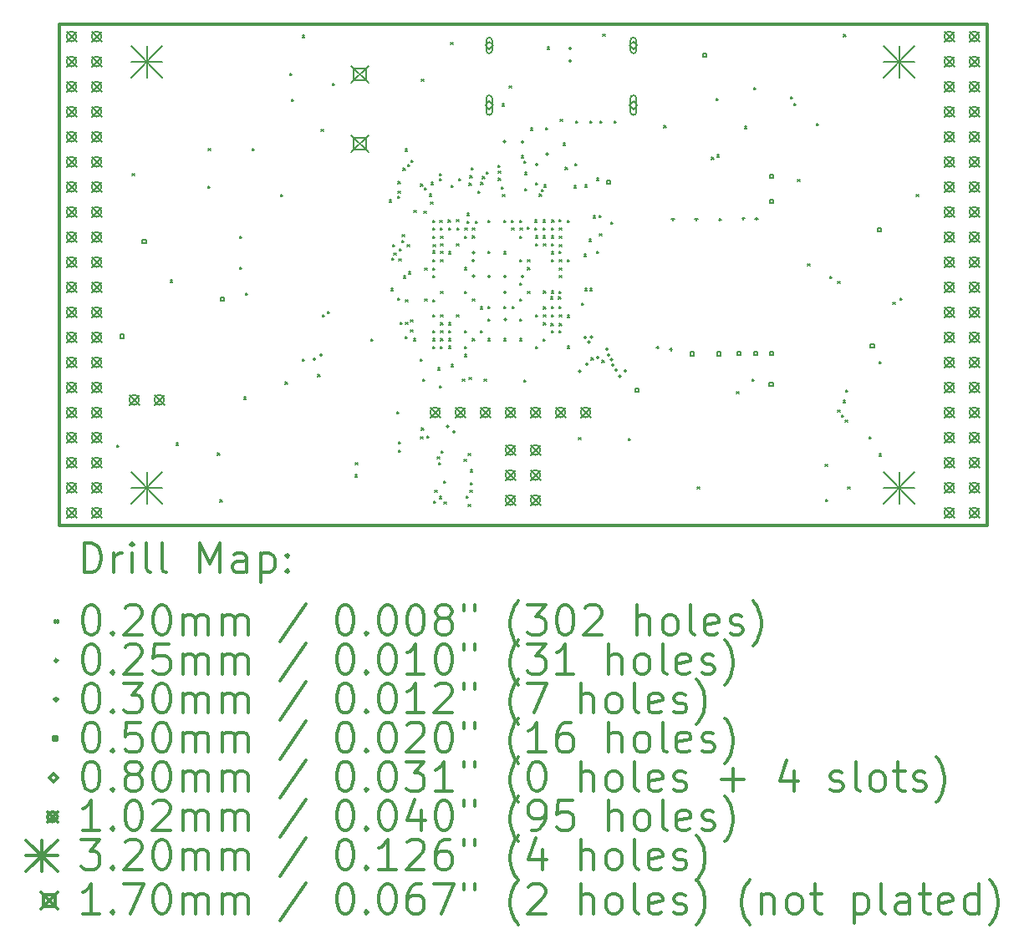
<source format=gbr>
%FSLAX45Y45*%
G04 Gerber Fmt 4.5, Leading zero omitted, Abs format (unit mm)*
G04 Created by KiCad (PCBNEW 4.0.5+dfsg1-4) date Thu Jul  6 11:21:00 2017*
%MOMM*%
%LPD*%
G01*
G04 APERTURE LIST*
%ADD10C,0.127000*%
%ADD11C,0.300000*%
%ADD12C,0.200000*%
G04 APERTURE END LIST*
D10*
D11*
X9410000Y-6142000D02*
X9410000Y-11222000D01*
X18808000Y-6142000D02*
X9410000Y-6142000D01*
X18808000Y-11222000D02*
X18808000Y-6142000D01*
X9410000Y-11222000D02*
X18808000Y-11222000D01*
D12*
X9998000Y-10410000D02*
X10018000Y-10430000D01*
X10018000Y-10410000D02*
X9998000Y-10430000D01*
X10153120Y-7655925D02*
X10173120Y-7675925D01*
X10173120Y-7655925D02*
X10153120Y-7675925D01*
X10536244Y-8738297D02*
X10556244Y-8758297D01*
X10556244Y-8738297D02*
X10536244Y-8758297D01*
X10598000Y-10390000D02*
X10618000Y-10410000D01*
X10618000Y-10390000D02*
X10598000Y-10410000D01*
X10921500Y-7783000D02*
X10941500Y-7803000D01*
X10941500Y-7783000D02*
X10921500Y-7803000D01*
X10924000Y-7402000D02*
X10944000Y-7422000D01*
X10944000Y-7402000D02*
X10924000Y-7422000D01*
X11018000Y-10490000D02*
X11038000Y-10510000D01*
X11038000Y-10490000D02*
X11018000Y-10510000D01*
X11042966Y-10966034D02*
X11062966Y-10986034D01*
X11062966Y-10966034D02*
X11042966Y-10986034D01*
X11241500Y-8291000D02*
X11261500Y-8311000D01*
X11261500Y-8291000D02*
X11241500Y-8311000D01*
X11241500Y-8608500D02*
X11261500Y-8628500D01*
X11261500Y-8608500D02*
X11241500Y-8628500D01*
X11283591Y-9924409D02*
X11303591Y-9944409D01*
X11303591Y-9924409D02*
X11283591Y-9944409D01*
X11298000Y-8870000D02*
X11318000Y-8890000D01*
X11318000Y-8870000D02*
X11298000Y-8890000D01*
X11368500Y-7402000D02*
X11388500Y-7422000D01*
X11388500Y-7402000D02*
X11368500Y-7422000D01*
X11655434Y-7867799D02*
X11675434Y-7887799D01*
X11675434Y-7867799D02*
X11655434Y-7887799D01*
X11702166Y-9771727D02*
X11722166Y-9791727D01*
X11722166Y-9771727D02*
X11702166Y-9791727D01*
X11749500Y-6640000D02*
X11769500Y-6660000D01*
X11769500Y-6640000D02*
X11749500Y-6660000D01*
X11764953Y-6903902D02*
X11784953Y-6923902D01*
X11784953Y-6903902D02*
X11764953Y-6923902D01*
X11874380Y-9539822D02*
X11894380Y-9559822D01*
X11894380Y-9539822D02*
X11874380Y-9559822D01*
X11875869Y-6255897D02*
X11895869Y-6275897D01*
X11895869Y-6255897D02*
X11875869Y-6275897D01*
X12033000Y-9695000D02*
X12053000Y-9715000D01*
X12053000Y-9695000D02*
X12033000Y-9715000D01*
X12067000Y-7211500D02*
X12087000Y-7231500D01*
X12087000Y-7211500D02*
X12067000Y-7231500D01*
X12078000Y-9090000D02*
X12098000Y-9110000D01*
X12098000Y-9090000D02*
X12078000Y-9110000D01*
X12130862Y-9053246D02*
X12150862Y-9073246D01*
X12150862Y-9053246D02*
X12130862Y-9073246D01*
X12180203Y-6743283D02*
X12200203Y-6763283D01*
X12200203Y-6743283D02*
X12180203Y-6763283D01*
X12410242Y-10710764D02*
X12430242Y-10730764D01*
X12430242Y-10710764D02*
X12410242Y-10730764D01*
X12415398Y-10588254D02*
X12435398Y-10608254D01*
X12435398Y-10588254D02*
X12415398Y-10608254D01*
X12572728Y-9335266D02*
X12592728Y-9355266D01*
X12592728Y-9335266D02*
X12572728Y-9355266D01*
X12754366Y-7925556D02*
X12774366Y-7945556D01*
X12774366Y-7925556D02*
X12754366Y-7945556D01*
X12771644Y-8821207D02*
X12791644Y-8841207D01*
X12791644Y-8821207D02*
X12771644Y-8841207D01*
X12784042Y-8514419D02*
X12804042Y-8534419D01*
X12804042Y-8514419D02*
X12784042Y-8534419D01*
X12788700Y-8380353D02*
X12808700Y-8400353D01*
X12808700Y-8380353D02*
X12788700Y-8400353D01*
X12802169Y-8464934D02*
X12822169Y-8484934D01*
X12822169Y-8464934D02*
X12802169Y-8484934D01*
X12834133Y-10069588D02*
X12854133Y-10089588D01*
X12854133Y-10069588D02*
X12834133Y-10089588D01*
X12839057Y-8917988D02*
X12859057Y-8937988D01*
X12859057Y-8917988D02*
X12839057Y-8937988D01*
X12841590Y-7889418D02*
X12861590Y-7909418D01*
X12861590Y-7889418D02*
X12841590Y-7909418D01*
X12844557Y-7737658D02*
X12864557Y-7757658D01*
X12864557Y-7737658D02*
X12844557Y-7757658D01*
X12846973Y-7836992D02*
X12866973Y-7856992D01*
X12866973Y-7836992D02*
X12846973Y-7856992D01*
X12850280Y-10377254D02*
X12870280Y-10397254D01*
X12870280Y-10377254D02*
X12850280Y-10397254D01*
X12851011Y-10461457D02*
X12871011Y-10481457D01*
X12871011Y-10461457D02*
X12851011Y-10481457D01*
X12855211Y-8522878D02*
X12875211Y-8542878D01*
X12875211Y-8522878D02*
X12855211Y-8542878D01*
X12860120Y-8420770D02*
X12880120Y-8440770D01*
X12880120Y-8420770D02*
X12860120Y-8440770D01*
X12864323Y-9162956D02*
X12884323Y-9182956D01*
X12884323Y-9162956D02*
X12864323Y-9182956D01*
X12881408Y-8334012D02*
X12901408Y-8354012D01*
X12901408Y-8334012D02*
X12881408Y-8354012D01*
X12888829Y-8276216D02*
X12908829Y-8296216D01*
X12908829Y-8276216D02*
X12888829Y-8296216D01*
X12896827Y-7603421D02*
X12916827Y-7623421D01*
X12916827Y-7603421D02*
X12896827Y-7623421D01*
X12899530Y-8694825D02*
X12919530Y-8714825D01*
X12919530Y-8694825D02*
X12899530Y-8714825D01*
X12916126Y-7407777D02*
X12936126Y-7427777D01*
X12936126Y-7407777D02*
X12916126Y-7427777D01*
X12917915Y-9311667D02*
X12937915Y-9331667D01*
X12937915Y-9311667D02*
X12917915Y-9331667D01*
X12920650Y-9163578D02*
X12940650Y-9183578D01*
X12940650Y-9163578D02*
X12920650Y-9183578D01*
X12923458Y-8938264D02*
X12943458Y-8958264D01*
X12943458Y-8938264D02*
X12923458Y-8958264D01*
X12940061Y-8376602D02*
X12960061Y-8396602D01*
X12960061Y-8376602D02*
X12940061Y-8396602D01*
X12944985Y-7563644D02*
X12964985Y-7583644D01*
X12964985Y-7563644D02*
X12944985Y-7583644D01*
X12949953Y-8654407D02*
X12969953Y-8674407D01*
X12969953Y-8654407D02*
X12949953Y-8674407D01*
X12973842Y-9243977D02*
X12993842Y-9263977D01*
X12993842Y-9243977D02*
X12973842Y-9263977D01*
X12974244Y-9138787D02*
X12994244Y-9158787D01*
X12994244Y-9138787D02*
X12974244Y-9158787D01*
X12977096Y-7521443D02*
X12997096Y-7541443D01*
X12997096Y-7521443D02*
X12977096Y-7541443D01*
X13002401Y-9331328D02*
X13022401Y-9351328D01*
X13022401Y-9331328D02*
X13002401Y-9351328D01*
X13007344Y-8029822D02*
X13027344Y-8049822D01*
X13027344Y-8029822D02*
X13007344Y-8049822D01*
X13070707Y-9535414D02*
X13090707Y-9555414D01*
X13090707Y-9535414D02*
X13070707Y-9555414D01*
X13073949Y-10325498D02*
X13093949Y-10345498D01*
X13093949Y-10325498D02*
X13073949Y-10345498D01*
X13075683Y-7764262D02*
X13095683Y-7784262D01*
X13095683Y-7764262D02*
X13075683Y-7784262D01*
X13081453Y-10236965D02*
X13101453Y-10256965D01*
X13101453Y-10236965D02*
X13081453Y-10256965D01*
X13082744Y-6701962D02*
X13102744Y-6721962D01*
X13102744Y-6701962D02*
X13082744Y-6721962D01*
X13093936Y-9738729D02*
X13113936Y-9758729D01*
X13113936Y-9738729D02*
X13093936Y-9758729D01*
X13108000Y-8040000D02*
X13128000Y-8060000D01*
X13128000Y-8040000D02*
X13108000Y-8060000D01*
X13113091Y-7801384D02*
X13133091Y-7821384D01*
X13133091Y-7801384D02*
X13113091Y-7821384D01*
X13115453Y-8615136D02*
X13135453Y-8635136D01*
X13135453Y-8615136D02*
X13115453Y-8635136D01*
X13118000Y-8930000D02*
X13138000Y-8950000D01*
X13138000Y-8930000D02*
X13118000Y-8950000D01*
X13135385Y-10319621D02*
X13155385Y-10339621D01*
X13155385Y-10319621D02*
X13135385Y-10339621D01*
X13160933Y-7864587D02*
X13180933Y-7884587D01*
X13180933Y-7864587D02*
X13160933Y-7884587D01*
X13174731Y-7948989D02*
X13194731Y-7968989D01*
X13194731Y-7948989D02*
X13174731Y-7968989D01*
X13182329Y-7748485D02*
X13202329Y-7768485D01*
X13202329Y-7748485D02*
X13182329Y-7768485D01*
X13197765Y-9087799D02*
X13217765Y-9107799D01*
X13217765Y-9087799D02*
X13197765Y-9107799D01*
X13197789Y-8617215D02*
X13217789Y-8637215D01*
X13217789Y-8617215D02*
X13197789Y-8637215D01*
X13197962Y-8532814D02*
X13217962Y-8552814D01*
X13217962Y-8532814D02*
X13197962Y-8552814D01*
X13198000Y-8440334D02*
X13218000Y-8460334D01*
X13218000Y-8440334D02*
X13198000Y-8460334D01*
X13198000Y-8130000D02*
X13218000Y-8150000D01*
X13218000Y-8130000D02*
X13198000Y-8150000D01*
X13198000Y-8207799D02*
X13218000Y-8227799D01*
X13218000Y-8207799D02*
X13198000Y-8227799D01*
X13198000Y-8690000D02*
X13218000Y-8710000D01*
X13218000Y-8690000D02*
X13198000Y-8710000D01*
X13198000Y-8934402D02*
X13218000Y-8954402D01*
X13218000Y-8934402D02*
X13198000Y-8954402D01*
X13198000Y-9250000D02*
X13218000Y-9270000D01*
X13218000Y-9250000D02*
X13198000Y-9270000D01*
X13198000Y-9330000D02*
X13218000Y-9350000D01*
X13218000Y-9330000D02*
X13198000Y-9350000D01*
X13198000Y-9410000D02*
X13218000Y-9430000D01*
X13218000Y-9410000D02*
X13198000Y-9430000D01*
X13198482Y-8292201D02*
X13218482Y-8312201D01*
X13218482Y-8292201D02*
X13198482Y-8312201D01*
X13201744Y-8376602D02*
X13221744Y-8396602D01*
X13221744Y-8376602D02*
X13201744Y-8396602D01*
X13205028Y-10978912D02*
X13225028Y-10998912D01*
X13225028Y-10978912D02*
X13205028Y-10998912D01*
X13218000Y-10870000D02*
X13238000Y-10890000D01*
X13238000Y-10870000D02*
X13218000Y-10890000D01*
X13244000Y-10530000D02*
X13264000Y-10550000D01*
X13264000Y-10530000D02*
X13244000Y-10550000D01*
X13247282Y-9628386D02*
X13267282Y-9648386D01*
X13267282Y-9628386D02*
X13247282Y-9648386D01*
X13255619Y-10587619D02*
X13275619Y-10607619D01*
X13275619Y-10587619D02*
X13255619Y-10607619D01*
X13263724Y-7657621D02*
X13283724Y-7677621D01*
X13283724Y-7657621D02*
X13263724Y-7677621D01*
X13264803Y-10932068D02*
X13284803Y-10952068D01*
X13284803Y-10932068D02*
X13264803Y-10952068D01*
X13265267Y-9807892D02*
X13285267Y-9827892D01*
X13285267Y-9807892D02*
X13265267Y-9827892D01*
X13266117Y-7710267D02*
X13286117Y-7730267D01*
X13286117Y-7710267D02*
X13266117Y-7730267D01*
X13268333Y-8129999D02*
X13288333Y-8149999D01*
X13288333Y-8129999D02*
X13268333Y-8149999D01*
X13271035Y-8207799D02*
X13291035Y-8227799D01*
X13291035Y-8207799D02*
X13271035Y-8227799D01*
X13274623Y-9409707D02*
X13294623Y-9429707D01*
X13294623Y-9409707D02*
X13274623Y-9429707D01*
X13277580Y-8532814D02*
X13297580Y-8552814D01*
X13297580Y-8532814D02*
X13277580Y-8552814D01*
X13278000Y-8292201D02*
X13298000Y-8312201D01*
X13298000Y-8292201D02*
X13278000Y-8312201D01*
X13278000Y-8850000D02*
X13298000Y-8870000D01*
X13298000Y-8850000D02*
X13278000Y-8870000D01*
X13278000Y-9090000D02*
X13298000Y-9110000D01*
X13298000Y-9090000D02*
X13278000Y-9110000D01*
X13278000Y-9170000D02*
X13298000Y-9190000D01*
X13298000Y-9170000D02*
X13278000Y-9190000D01*
X13278000Y-9250000D02*
X13298000Y-9270000D01*
X13298000Y-9250000D02*
X13278000Y-9270000D01*
X13278000Y-9330000D02*
X13298000Y-9350000D01*
X13298000Y-9330000D02*
X13278000Y-9350000D01*
X13278042Y-8446122D02*
X13298042Y-8466122D01*
X13298042Y-8446122D02*
X13278042Y-8466122D01*
X13278650Y-8367799D02*
X13298650Y-8387799D01*
X13298650Y-8367799D02*
X13278650Y-8387799D01*
X13281858Y-10470000D02*
X13301858Y-10490000D01*
X13301858Y-10470000D02*
X13281858Y-10490000D01*
X13305701Y-10773989D02*
X13325701Y-10793989D01*
X13325701Y-10773989D02*
X13305701Y-10793989D01*
X13311600Y-10983400D02*
X13331600Y-11003400D01*
X13331600Y-10983400D02*
X13311600Y-11003400D01*
X13352734Y-8129641D02*
X13372734Y-8149641D01*
X13372734Y-8129641D02*
X13352734Y-8149641D01*
X13355436Y-8207799D02*
X13375436Y-8227799D01*
X13375436Y-8207799D02*
X13355436Y-8227799D01*
X13357194Y-8449520D02*
X13377194Y-8469520D01*
X13377194Y-8449520D02*
X13357194Y-8469520D01*
X13358000Y-9170000D02*
X13378000Y-9190000D01*
X13378000Y-9170000D02*
X13358000Y-9190000D01*
X13358000Y-9250000D02*
X13378000Y-9270000D01*
X13378000Y-9250000D02*
X13358000Y-9270000D01*
X13358567Y-9330248D02*
X13378567Y-9350248D01*
X13378567Y-9330248D02*
X13358567Y-9350248D01*
X13359024Y-9408016D02*
X13379024Y-9428016D01*
X13379024Y-9408016D02*
X13359024Y-9428016D01*
X13378000Y-6330000D02*
X13398000Y-6350000D01*
X13398000Y-6330000D02*
X13378000Y-6350000D01*
X13381998Y-9593873D02*
X13401998Y-9613873D01*
X13401998Y-9593873D02*
X13381998Y-9613873D01*
X13382219Y-7775484D02*
X13402219Y-7795484D01*
X13402219Y-7775484D02*
X13382219Y-7795484D01*
X13437135Y-8124791D02*
X13457135Y-8144791D01*
X13457135Y-8124791D02*
X13437135Y-8144791D01*
X13438000Y-8370000D02*
X13458000Y-8390000D01*
X13458000Y-8370000D02*
X13438000Y-8390000D01*
X13438000Y-9090000D02*
X13458000Y-9110000D01*
X13458000Y-9090000D02*
X13438000Y-9110000D01*
X13440141Y-8207758D02*
X13460141Y-8227758D01*
X13460141Y-8207758D02*
X13440141Y-8227758D01*
X13460201Y-7710000D02*
X13480201Y-7730000D01*
X13480201Y-7710000D02*
X13460201Y-7730000D01*
X13498546Y-9743179D02*
X13518546Y-9763179D01*
X13518546Y-9743179D02*
X13498546Y-9763179D01*
X13514800Y-10551600D02*
X13534800Y-10571600D01*
X13534800Y-10551600D02*
X13514800Y-10571600D01*
X13517331Y-8851860D02*
X13537331Y-8871860D01*
X13537331Y-8851860D02*
X13517331Y-8871860D01*
X13518000Y-8292201D02*
X13538000Y-8312201D01*
X13538000Y-8292201D02*
X13518000Y-8312201D01*
X13518000Y-8610000D02*
X13538000Y-8630000D01*
X13538000Y-8610000D02*
X13518000Y-8630000D01*
X13518000Y-9250000D02*
X13538000Y-9270000D01*
X13538000Y-9250000D02*
X13518000Y-9270000D01*
X13518000Y-9410000D02*
X13538000Y-9430000D01*
X13538000Y-9410000D02*
X13518000Y-9430000D01*
X13518000Y-9490000D02*
X13538000Y-9510000D01*
X13538000Y-9490000D02*
X13518000Y-9510000D01*
X13524542Y-8207681D02*
X13544542Y-8227681D01*
X13544542Y-8207681D02*
X13524542Y-8227681D01*
X13537195Y-10926588D02*
X13557195Y-10946588D01*
X13557195Y-10926588D02*
X13537195Y-10946588D01*
X13546744Y-8060230D02*
X13566744Y-8080230D01*
X13566744Y-8060230D02*
X13546744Y-8080230D01*
X13546744Y-8138922D02*
X13566744Y-8158922D01*
X13566744Y-8138922D02*
X13546744Y-8158922D01*
X13558000Y-10493799D02*
X13578000Y-10513799D01*
X13578000Y-10493799D02*
X13558000Y-10513799D01*
X13558000Y-11010000D02*
X13578000Y-11030000D01*
X13578000Y-11010000D02*
X13558000Y-11030000D01*
X13566755Y-7754855D02*
X13586755Y-7774855D01*
X13586755Y-7754855D02*
X13566755Y-7774855D01*
X13567000Y-9723813D02*
X13587000Y-9743813D01*
X13587000Y-9723813D02*
X13567000Y-9743813D01*
X13573070Y-7680538D02*
X13593070Y-7700538D01*
X13593070Y-7680538D02*
X13573070Y-7700538D01*
X13575325Y-10869239D02*
X13595325Y-10889239D01*
X13595325Y-10869239D02*
X13575325Y-10889239D01*
X13575519Y-10792264D02*
X13595519Y-10812264D01*
X13595519Y-10792264D02*
X13575519Y-10812264D01*
X13578416Y-10659601D02*
X13598416Y-10679601D01*
X13598416Y-10659601D02*
X13578416Y-10679601D01*
X13587133Y-7599451D02*
X13607133Y-7619451D01*
X13607133Y-7599451D02*
X13587133Y-7619451D01*
X13598000Y-8210000D02*
X13618000Y-8230000D01*
X13618000Y-8210000D02*
X13598000Y-8230000D01*
X13598000Y-8290000D02*
X13618000Y-8310000D01*
X13618000Y-8290000D02*
X13598000Y-8310000D01*
X13598000Y-9330000D02*
X13618000Y-9350000D01*
X13618000Y-9330000D02*
X13598000Y-9350000D01*
X13598517Y-8929483D02*
X13618517Y-8949483D01*
X13618517Y-8929483D02*
X13598517Y-8949483D01*
X13631144Y-8139731D02*
X13651144Y-8159731D01*
X13651144Y-8139731D02*
X13631144Y-8159731D01*
X13653412Y-7835167D02*
X13673412Y-7855167D01*
X13673412Y-7835167D02*
X13653412Y-7855167D01*
X13678000Y-9250000D02*
X13698000Y-9270000D01*
X13698000Y-9250000D02*
X13678000Y-9270000D01*
X13678517Y-9009483D02*
X13698517Y-9029483D01*
X13698517Y-9009483D02*
X13678517Y-9029483D01*
X13682857Y-7746298D02*
X13702857Y-7766298D01*
X13702857Y-7746298D02*
X13682857Y-7766298D01*
X13701602Y-7687474D02*
X13721602Y-7707474D01*
X13721602Y-7687474D02*
X13701602Y-7707474D01*
X13718870Y-9743874D02*
X13738870Y-9763874D01*
X13738870Y-9743874D02*
X13718870Y-9763874D01*
X13739832Y-7641053D02*
X13759832Y-7661053D01*
X13759832Y-7641053D02*
X13739832Y-7661053D01*
X13756589Y-9130245D02*
X13776589Y-9150245D01*
X13776589Y-9130245D02*
X13756589Y-9150245D01*
X13758000Y-8130000D02*
X13778000Y-8150000D01*
X13778000Y-8130000D02*
X13758000Y-8150000D01*
X13758000Y-9007299D02*
X13778000Y-9027299D01*
X13778000Y-9007299D02*
X13758000Y-9027299D01*
X13758000Y-9330000D02*
X13778000Y-9350000D01*
X13778000Y-9330000D02*
X13758000Y-9350000D01*
X13758056Y-8443409D02*
X13778056Y-8463409D01*
X13778056Y-8443409D02*
X13758056Y-8463409D01*
X13856357Y-7574044D02*
X13876357Y-7594044D01*
X13876357Y-7574044D02*
X13856357Y-7594044D01*
X13861610Y-7632585D02*
X13881610Y-7652585D01*
X13881610Y-7632585D02*
X13861610Y-7652585D01*
X13862361Y-7706570D02*
X13882361Y-7726570D01*
X13882361Y-7706570D02*
X13862361Y-7726570D01*
X13894062Y-7793672D02*
X13914062Y-7813672D01*
X13914062Y-7793672D02*
X13894062Y-7813672D01*
X13898000Y-6950000D02*
X13918000Y-6970000D01*
X13918000Y-6950000D02*
X13898000Y-6970000D01*
X13904536Y-7870917D02*
X13924536Y-7890917D01*
X13924536Y-7870917D02*
X13904536Y-7890917D01*
X13917252Y-8451135D02*
X13937252Y-8471135D01*
X13937252Y-8451135D02*
X13917252Y-8471135D01*
X13918000Y-8130000D02*
X13938000Y-8150000D01*
X13938000Y-8130000D02*
X13918000Y-8150000D01*
X13918000Y-9002299D02*
X13938000Y-9022299D01*
X13938000Y-9002299D02*
X13918000Y-9022299D01*
X13918000Y-9330000D02*
X13938000Y-9350000D01*
X13938000Y-9330000D02*
X13918000Y-9350000D01*
X13972000Y-6767000D02*
X13992000Y-6787000D01*
X13992000Y-6767000D02*
X13972000Y-6787000D01*
X13993599Y-8130000D02*
X14013599Y-8150000D01*
X14013599Y-8130000D02*
X13993599Y-8150000D01*
X13998000Y-8210000D02*
X14018000Y-8230000D01*
X14018000Y-8210000D02*
X13998000Y-8230000D01*
X13999489Y-9002299D02*
X14019489Y-9022299D01*
X14019489Y-9002299D02*
X13999489Y-9022299D01*
X14076403Y-8294140D02*
X14096403Y-8314140D01*
X14096403Y-8294140D02*
X14076403Y-8314140D01*
X14077419Y-9133335D02*
X14097419Y-9153335D01*
X14097419Y-9133335D02*
X14077419Y-9153335D01*
X14078000Y-8130000D02*
X14098000Y-8150000D01*
X14098000Y-8130000D02*
X14078000Y-8150000D01*
X14078000Y-8530000D02*
X14098000Y-8550000D01*
X14098000Y-8530000D02*
X14078000Y-8550000D01*
X14078000Y-8770000D02*
X14098000Y-8790000D01*
X14098000Y-8770000D02*
X14078000Y-8790000D01*
X14078000Y-8930000D02*
X14098000Y-8950000D01*
X14098000Y-8930000D02*
X14078000Y-8950000D01*
X14078000Y-9330000D02*
X14098000Y-9350000D01*
X14098000Y-9330000D02*
X14078000Y-9350000D01*
X14082401Y-8207928D02*
X14102401Y-8227928D01*
X14102401Y-8207928D02*
X14082401Y-8227928D01*
X14094664Y-7477380D02*
X14114664Y-7497380D01*
X14114664Y-7477380D02*
X14094664Y-7497380D01*
X14118000Y-9750000D02*
X14138000Y-9770000D01*
X14138000Y-9750000D02*
X14118000Y-9770000D01*
X14120451Y-7531857D02*
X14140451Y-7551857D01*
X14140451Y-7531857D02*
X14120451Y-7551857D01*
X14128449Y-7809926D02*
X14148449Y-7829926D01*
X14148449Y-7809926D02*
X14128449Y-7829926D01*
X14130699Y-7645500D02*
X14150699Y-7665500D01*
X14150699Y-7645500D02*
X14130699Y-7665500D01*
X14155799Y-8203034D02*
X14175799Y-8223034D01*
X14175799Y-8203034D02*
X14155799Y-8223034D01*
X14158000Y-8530000D02*
X14178000Y-8550000D01*
X14178000Y-8530000D02*
X14158000Y-8550000D01*
X14158000Y-8610000D02*
X14178000Y-8630000D01*
X14178000Y-8610000D02*
X14158000Y-8630000D01*
X14158000Y-8850000D02*
X14178000Y-8870000D01*
X14178000Y-8850000D02*
X14158000Y-8870000D01*
X14189303Y-7195617D02*
X14209303Y-7215617D01*
X14209303Y-7195617D02*
X14189303Y-7215617D01*
X14229642Y-8209139D02*
X14249642Y-8229139D01*
X14249642Y-8209139D02*
X14229642Y-8229139D01*
X14231398Y-8128224D02*
X14251398Y-8148224D01*
X14251398Y-8128224D02*
X14231398Y-8148224D01*
X14237355Y-8289891D02*
X14257355Y-8309891D01*
X14257355Y-8289891D02*
X14237355Y-8309891D01*
X14238000Y-7750000D02*
X14258000Y-7770000D01*
X14258000Y-7750000D02*
X14238000Y-7770000D01*
X14238000Y-8370000D02*
X14258000Y-8390000D01*
X14258000Y-8370000D02*
X14238000Y-8390000D01*
X14238000Y-9090000D02*
X14258000Y-9110000D01*
X14258000Y-9090000D02*
X14238000Y-9110000D01*
X14238000Y-9410000D02*
X14258000Y-9430000D01*
X14258000Y-9410000D02*
X14238000Y-9430000D01*
X14275162Y-7865975D02*
X14295162Y-7885975D01*
X14295162Y-7865975D02*
X14275162Y-7885975D01*
X14300511Y-7819522D02*
X14320511Y-7839522D01*
X14320511Y-7819522D02*
X14300511Y-7839522D01*
X14315799Y-8127963D02*
X14335799Y-8147963D01*
X14335799Y-8127963D02*
X14315799Y-8147963D01*
X14315799Y-8210715D02*
X14335799Y-8230715D01*
X14335799Y-8210715D02*
X14315799Y-8230715D01*
X14315799Y-8290000D02*
X14335799Y-8310000D01*
X14335799Y-8290000D02*
X14315799Y-8310000D01*
X14315801Y-9332315D02*
X14335801Y-9352315D01*
X14335801Y-9332315D02*
X14315801Y-9352315D01*
X14317803Y-8849503D02*
X14337803Y-8869503D01*
X14337803Y-8849503D02*
X14317803Y-8869503D01*
X14318000Y-8370000D02*
X14338000Y-8390000D01*
X14338000Y-8370000D02*
X14318000Y-8390000D01*
X14318000Y-9090000D02*
X14338000Y-9110000D01*
X14338000Y-9090000D02*
X14318000Y-9110000D01*
X14318000Y-9170000D02*
X14338000Y-9190000D01*
X14338000Y-9170000D02*
X14318000Y-9190000D01*
X14318182Y-9010195D02*
X14338182Y-9030195D01*
X14338182Y-9010195D02*
X14318182Y-9030195D01*
X14323180Y-7771946D02*
X14343180Y-7791946D01*
X14343180Y-7771946D02*
X14323180Y-7791946D01*
X14338578Y-7193017D02*
X14358578Y-7213017D01*
X14358578Y-7193017D02*
X14338578Y-7213017D01*
X14355067Y-6376252D02*
X14375067Y-6396252D01*
X14375067Y-6376252D02*
X14355067Y-6396252D01*
X14388995Y-8907799D02*
X14408995Y-8927799D01*
X14408995Y-8907799D02*
X14388995Y-8927799D01*
X14396483Y-9177765D02*
X14416483Y-9197765D01*
X14416483Y-9177765D02*
X14396483Y-9197765D01*
X14398000Y-9090000D02*
X14418000Y-9110000D01*
X14418000Y-9090000D02*
X14398000Y-9110000D01*
X14398242Y-9003286D02*
X14418242Y-9023286D01*
X14418242Y-9003286D02*
X14398242Y-9023286D01*
X14398283Y-8848451D02*
X14418283Y-8868451D01*
X14418283Y-8848451D02*
X14398283Y-8868451D01*
X14400201Y-8208560D02*
X14420201Y-8228560D01*
X14420201Y-8208560D02*
X14400201Y-8228560D01*
X14400201Y-8290000D02*
X14420201Y-8310000D01*
X14420201Y-8290000D02*
X14400201Y-8310000D01*
X14400201Y-8370000D02*
X14420201Y-8390000D01*
X14420201Y-8370000D02*
X14400201Y-8390000D01*
X14400201Y-8450000D02*
X14420201Y-8470000D01*
X14420201Y-8450000D02*
X14400201Y-8470000D01*
X14400201Y-8529722D02*
X14420201Y-8549722D01*
X14420201Y-8529722D02*
X14400201Y-8549722D01*
X14400201Y-9250000D02*
X14420201Y-9270000D01*
X14420201Y-9250000D02*
X14400201Y-9270000D01*
X14404602Y-8127478D02*
X14424602Y-8147478D01*
X14424602Y-8127478D02*
X14404602Y-8147478D01*
X14471061Y-8907799D02*
X14491061Y-8927799D01*
X14491061Y-8907799D02*
X14471061Y-8927799D01*
X14476639Y-8123398D02*
X14496639Y-8143398D01*
X14496639Y-8123398D02*
X14476639Y-8143398D01*
X14476724Y-9006446D02*
X14496724Y-9026446D01*
X14496724Y-9006446D02*
X14476724Y-9026446D01*
X14477765Y-8852201D02*
X14497765Y-8872201D01*
X14497765Y-8852201D02*
X14477765Y-8872201D01*
X14477769Y-8443293D02*
X14497769Y-8463293D01*
X14497769Y-8443293D02*
X14477769Y-8463293D01*
X14478235Y-9247799D02*
X14498235Y-9267799D01*
X14498235Y-9247799D02*
X14478235Y-9267799D01*
X14478509Y-8207799D02*
X14498509Y-8227799D01*
X14498509Y-8207799D02*
X14478509Y-8227799D01*
X14478654Y-8528519D02*
X14498654Y-8548519D01*
X14498654Y-8528519D02*
X14478654Y-8548519D01*
X14478856Y-8689382D02*
X14498856Y-8709382D01*
X14498856Y-8689382D02*
X14478856Y-8709382D01*
X14479038Y-8376602D02*
X14499038Y-8396602D01*
X14499038Y-8376602D02*
X14479038Y-8396602D01*
X14479163Y-9090847D02*
X14499163Y-9110847D01*
X14499163Y-9090847D02*
X14479163Y-9110847D01*
X14479410Y-8292201D02*
X14499410Y-8312201D01*
X14499410Y-8292201D02*
X14479410Y-8312201D01*
X14479577Y-9177444D02*
X14499577Y-9197444D01*
X14499577Y-9177444D02*
X14479577Y-9197444D01*
X14480128Y-8616874D02*
X14500128Y-8636874D01*
X14500128Y-8616874D02*
X14480128Y-8636874D01*
X14489572Y-7110852D02*
X14509572Y-7130852D01*
X14509572Y-7110852D02*
X14489572Y-7130852D01*
X14519546Y-7349985D02*
X14539546Y-7369985D01*
X14539546Y-7349985D02*
X14519546Y-7369985D01*
X14539401Y-7595533D02*
X14559401Y-7615533D01*
X14559401Y-7595533D02*
X14539401Y-7615533D01*
X14558000Y-8130000D02*
X14578000Y-8150000D01*
X14578000Y-8130000D02*
X14558000Y-8150000D01*
X14558000Y-8532201D02*
X14578000Y-8552201D01*
X14578000Y-8532201D02*
X14558000Y-8552201D01*
X14558000Y-9407799D02*
X14578000Y-9427799D01*
X14578000Y-9407799D02*
X14558000Y-9427799D01*
X14561303Y-9092201D02*
X14581303Y-9112201D01*
X14581303Y-9092201D02*
X14561303Y-9112201D01*
X14628717Y-7781899D02*
X14648717Y-7801899D01*
X14648717Y-7781899D02*
X14628717Y-7801899D01*
X14637797Y-7557201D02*
X14657797Y-7577201D01*
X14657797Y-7557201D02*
X14637797Y-7577201D01*
X14642641Y-7127779D02*
X14662641Y-7147779D01*
X14662641Y-7127779D02*
X14642641Y-7147779D01*
X14674429Y-10335274D02*
X14694429Y-10355274D01*
X14694429Y-10335274D02*
X14674429Y-10355274D01*
X14702593Y-8970288D02*
X14722593Y-8990288D01*
X14722593Y-8970288D02*
X14702593Y-8990288D01*
X14732247Y-8475859D02*
X14752247Y-8495859D01*
X14752247Y-8475859D02*
X14732247Y-8495859D01*
X14737067Y-8822484D02*
X14757067Y-8842484D01*
X14757067Y-8822484D02*
X14737067Y-8842484D01*
X14738000Y-7772201D02*
X14758000Y-7792201D01*
X14758000Y-7772201D02*
X14738000Y-7792201D01*
X14779417Y-8323581D02*
X14799417Y-8343581D01*
X14799417Y-8323581D02*
X14779417Y-8343581D01*
X14788736Y-7127779D02*
X14808736Y-7147779D01*
X14808736Y-7127779D02*
X14788736Y-7147779D01*
X14789768Y-8822484D02*
X14809768Y-8842484D01*
X14809768Y-8822484D02*
X14789768Y-8842484D01*
X14800281Y-9523902D02*
X14820281Y-9543902D01*
X14820281Y-9523902D02*
X14800281Y-9543902D01*
X14823777Y-8087578D02*
X14843777Y-8107578D01*
X14843777Y-8087578D02*
X14823777Y-8107578D01*
X14853988Y-7705470D02*
X14873988Y-7725470D01*
X14873988Y-7705470D02*
X14853988Y-7725470D01*
X14856880Y-8445039D02*
X14876880Y-8465039D01*
X14876880Y-8445039D02*
X14856880Y-8465039D01*
X14883585Y-8079901D02*
X14903585Y-8099901D01*
X14903585Y-8079901D02*
X14883585Y-8099901D01*
X14887565Y-8265534D02*
X14907565Y-8285534D01*
X14907565Y-8265534D02*
X14887565Y-8285534D01*
X14889119Y-7127779D02*
X14909119Y-7147779D01*
X14909119Y-7127779D02*
X14889119Y-7147779D01*
X14910771Y-9550529D02*
X14930771Y-9570529D01*
X14930771Y-9550529D02*
X14910771Y-9570529D01*
X14920341Y-6242799D02*
X14940341Y-6262799D01*
X14940341Y-6242799D02*
X14920341Y-6262799D01*
X14998000Y-8150000D02*
X15018000Y-8170000D01*
X15018000Y-8150000D02*
X14998000Y-8170000D01*
X15035722Y-7127779D02*
X15055722Y-7147779D01*
X15055722Y-7127779D02*
X15035722Y-7147779D01*
X15179638Y-10341072D02*
X15199638Y-10361072D01*
X15199638Y-10341072D02*
X15179638Y-10361072D01*
X15538000Y-7170480D02*
X15558000Y-7190480D01*
X15558000Y-7170480D02*
X15538000Y-7190480D01*
X15877000Y-10831000D02*
X15897000Y-10851000D01*
X15897000Y-10831000D02*
X15877000Y-10851000D01*
X16021635Y-7494264D02*
X16041635Y-7514264D01*
X16041635Y-7494264D02*
X16021635Y-7514264D01*
X16067500Y-6894000D02*
X16087500Y-6914000D01*
X16087500Y-6894000D02*
X16067500Y-6914000D01*
X16075441Y-7469425D02*
X16095441Y-7489425D01*
X16095441Y-7469425D02*
X16075441Y-7489425D01*
X16274230Y-9866230D02*
X16294230Y-9886230D01*
X16294230Y-9866230D02*
X16274230Y-9886230D01*
X16353258Y-7181391D02*
X16373258Y-7201391D01*
X16373258Y-7181391D02*
X16353258Y-7201391D01*
X16428771Y-9740623D02*
X16448771Y-9760623D01*
X16448771Y-9740623D02*
X16428771Y-9760623D01*
X16448309Y-6786252D02*
X16468309Y-6806252D01*
X16468309Y-6786252D02*
X16448309Y-6806252D01*
X16821917Y-6878201D02*
X16841917Y-6898201D01*
X16841917Y-6878201D02*
X16821917Y-6898201D01*
X16856913Y-6947812D02*
X16876913Y-6967812D01*
X16876913Y-6947812D02*
X16856913Y-6967812D01*
X16893000Y-7719500D02*
X16913000Y-7739500D01*
X16913000Y-7719500D02*
X16893000Y-7739500D01*
X16994600Y-8570400D02*
X17014600Y-8590400D01*
X17014600Y-8570400D02*
X16994600Y-8590400D01*
X17083500Y-7148000D02*
X17103500Y-7168000D01*
X17103500Y-7148000D02*
X17083500Y-7168000D01*
X17172400Y-10602400D02*
X17192400Y-10622400D01*
X17192400Y-10602400D02*
X17172400Y-10622400D01*
X17174868Y-10959591D02*
X17194868Y-10979591D01*
X17194868Y-10959591D02*
X17174868Y-10979591D01*
X17218956Y-8702405D02*
X17238956Y-8722405D01*
X17238956Y-8702405D02*
X17218956Y-8722405D01*
X17299400Y-8748200D02*
X17319400Y-8768200D01*
X17319400Y-8748200D02*
X17299400Y-8768200D01*
X17300268Y-10055836D02*
X17320268Y-10075836D01*
X17320268Y-10055836D02*
X17300268Y-10075836D01*
X17339796Y-10105762D02*
X17359796Y-10125762D01*
X17359796Y-10105762D02*
X17339796Y-10125762D01*
X17352053Y-9955794D02*
X17372053Y-9975794D01*
X17372053Y-9955794D02*
X17352053Y-9975794D01*
X17358000Y-6250000D02*
X17378000Y-6270000D01*
X17378000Y-6250000D02*
X17358000Y-6270000D01*
X17376791Y-10155514D02*
X17396791Y-10175514D01*
X17396791Y-10155514D02*
X17376791Y-10175514D01*
X17380238Y-9852552D02*
X17400238Y-9872552D01*
X17400238Y-9852552D02*
X17380238Y-9872552D01*
X17401000Y-10831000D02*
X17421000Y-10851000D01*
X17421000Y-10831000D02*
X17401000Y-10851000D01*
X17618500Y-10323000D02*
X17638500Y-10343000D01*
X17638500Y-10323000D02*
X17618500Y-10343000D01*
X17717400Y-10497912D02*
X17737400Y-10517912D01*
X17737400Y-10497912D02*
X17717400Y-10517912D01*
X17718500Y-9561000D02*
X17738500Y-9581000D01*
X17738500Y-9561000D02*
X17718500Y-9581000D01*
X17856591Y-8961390D02*
X17876591Y-8981390D01*
X17876591Y-8961390D02*
X17856591Y-8981390D01*
X17927598Y-8921781D02*
X17947598Y-8941781D01*
X17947598Y-8921781D02*
X17927598Y-8941781D01*
X18096500Y-7868500D02*
X18116500Y-7888500D01*
X18116500Y-7868500D02*
X18096500Y-7888500D01*
X12010516Y-9541295D02*
G75*
G03X12010516Y-9541295I-12700J0D01*
G01*
X12076103Y-9497760D02*
G75*
G03X12076103Y-9497760I-12700J0D01*
G01*
X13357629Y-10223262D02*
G75*
G03X13357629Y-10223262I-12700J0D01*
G01*
X13420141Y-10275223D02*
G75*
G03X13420141Y-10275223I-12700J0D01*
G01*
X13620700Y-8460000D02*
G75*
G03X13620700Y-8460000I-12700J0D01*
G01*
X13620700Y-8540000D02*
G75*
G03X13620700Y-8540000I-12700J0D01*
G01*
X13623799Y-8699540D02*
G75*
G03X13623799Y-8699540I-12700J0D01*
G01*
X13780700Y-8700000D02*
G75*
G03X13780700Y-8700000I-12700J0D01*
G01*
X13935280Y-7333766D02*
G75*
G03X13935280Y-7333766I-12700J0D01*
G01*
X13940700Y-8700000D02*
G75*
G03X13940700Y-8700000I-12700J0D01*
G01*
X13940700Y-8860000D02*
G75*
G03X13940700Y-8860000I-12700J0D01*
G01*
X13943964Y-9135970D02*
G75*
G03X13943964Y-9135970I-12700J0D01*
G01*
X14115614Y-7339101D02*
G75*
G03X14115614Y-7339101I-12700J0D01*
G01*
X14116986Y-8699500D02*
G75*
G03X14116986Y-8699500I-12700J0D01*
G01*
X14261953Y-7565583D02*
G75*
G03X14261953Y-7565583I-12700J0D01*
G01*
X14365259Y-7462277D02*
G75*
G03X14365259Y-7462277I-12700J0D01*
G01*
X14597886Y-6518923D02*
G75*
G03X14597886Y-6518923I-12700J0D01*
G01*
X14600073Y-6392085D02*
G75*
G03X14600073Y-6392085I-12700J0D01*
G01*
X14698950Y-9661750D02*
G75*
G03X14698950Y-9661750I-12700J0D01*
G01*
X14752658Y-9320914D02*
G75*
G03X14752658Y-9320914I-12700J0D01*
G01*
X14766147Y-9591326D02*
G75*
G03X14766147Y-9591326I-12700J0D01*
G01*
X14790471Y-9369101D02*
G75*
G03X14790471Y-9369101I-12700J0D01*
G01*
X14811790Y-9315052D02*
G75*
G03X14811790Y-9315052I-12700J0D01*
G01*
X14878093Y-9524901D02*
G75*
G03X14878093Y-9524901I-12700J0D01*
G01*
X14974686Y-9437887D02*
G75*
G03X14974686Y-9437887I-12700J0D01*
G01*
X14990624Y-9494419D02*
G75*
G03X14990624Y-9494419I-12700J0D01*
G01*
X15019903Y-9544603D02*
G75*
G03X15019903Y-9544603I-12700J0D01*
G01*
X15032486Y-9601326D02*
G75*
G03X15032486Y-9601326I-12700J0D01*
G01*
X15064591Y-9649751D02*
G75*
G03X15064591Y-9649751I-12700J0D01*
G01*
X15102216Y-9710492D02*
G75*
G03X15102216Y-9710492I-12700J0D01*
G01*
X15155392Y-9658465D02*
G75*
G03X15155392Y-9658465I-12700J0D01*
G01*
X15472629Y-9402136D02*
X15472629Y-9432136D01*
X15457629Y-9417136D02*
X15487629Y-9417136D01*
X15607711Y-9423078D02*
X15607711Y-9453078D01*
X15592711Y-9438078D02*
X15622711Y-9438078D01*
X15628000Y-8106084D02*
X15628000Y-8136084D01*
X15613000Y-8121084D02*
X15643000Y-8121084D01*
X15868000Y-8106084D02*
X15868000Y-8136084D01*
X15853000Y-8121084D02*
X15883000Y-8121084D01*
X16106799Y-8106612D02*
X16106799Y-8136612D01*
X16091799Y-8121612D02*
X16121799Y-8121612D01*
X16342203Y-8097066D02*
X16342203Y-8127066D01*
X16327203Y-8112066D02*
X16357203Y-8112066D01*
X16474183Y-8098057D02*
X16474183Y-8128057D01*
X16459183Y-8113057D02*
X16489183Y-8113057D01*
X10065668Y-9324068D02*
X10065668Y-9288713D01*
X10030313Y-9288713D01*
X10030313Y-9324068D01*
X10065668Y-9324068D01*
X10290863Y-8366301D02*
X10290863Y-8330946D01*
X10255507Y-8330946D01*
X10255507Y-8366301D01*
X10290863Y-8366301D01*
X11079415Y-8946398D02*
X11079415Y-8911042D01*
X11044059Y-8911042D01*
X11044059Y-8946398D01*
X11079415Y-8946398D01*
X14992842Y-7763148D02*
X14992842Y-7727793D01*
X14957486Y-7727793D01*
X14957486Y-7763148D01*
X14992842Y-7763148D01*
X15279782Y-9869675D02*
X15279782Y-9834319D01*
X15244427Y-9834319D01*
X15244427Y-9869675D01*
X15279782Y-9869675D01*
X15841046Y-9502939D02*
X15841046Y-9467584D01*
X15805691Y-9467584D01*
X15805691Y-9502939D01*
X15841046Y-9502939D01*
X15965678Y-6477678D02*
X15965678Y-6442322D01*
X15930322Y-6442322D01*
X15930322Y-6477678D01*
X15965678Y-6477678D01*
X16108519Y-9502730D02*
X16108519Y-9467375D01*
X16073163Y-9467375D01*
X16073163Y-9502730D01*
X16108519Y-9502730D01*
X16316953Y-9499696D02*
X16316953Y-9464341D01*
X16281597Y-9464341D01*
X16281597Y-9499696D01*
X16316953Y-9499696D01*
X16483055Y-9500233D02*
X16483055Y-9464877D01*
X16447699Y-9464877D01*
X16447699Y-9500233D01*
X16483055Y-9500233D01*
X16641076Y-9814155D02*
X16641076Y-9778799D01*
X16605721Y-9778799D01*
X16605721Y-9814155D01*
X16641076Y-9814155D01*
X16642779Y-7700284D02*
X16642779Y-7664928D01*
X16607423Y-7664928D01*
X16607423Y-7700284D01*
X16642779Y-7700284D01*
X16642779Y-7956567D02*
X16642779Y-7921212D01*
X16607423Y-7921212D01*
X16607423Y-7956567D01*
X16642779Y-7956567D01*
X16645678Y-9497678D02*
X16645678Y-9462322D01*
X16610322Y-9462322D01*
X16610322Y-9497678D01*
X16645678Y-9497678D01*
X17665108Y-9424587D02*
X17665108Y-9389232D01*
X17629753Y-9389232D01*
X17629753Y-9424587D01*
X17665108Y-9424587D01*
X17740669Y-8245813D02*
X17740669Y-8210457D01*
X17705313Y-8210457D01*
X17705313Y-8245813D01*
X17740669Y-8245813D01*
X13768000Y-6400000D02*
X13808000Y-6360000D01*
X13768000Y-6320000D01*
X13728000Y-6360000D01*
X13768000Y-6400000D01*
X13738000Y-6310000D02*
X13738000Y-6410000D01*
X13798000Y-6310000D02*
X13798000Y-6410000D01*
X13738000Y-6410000D02*
G75*
G03X13798000Y-6410000I30000J0D01*
G01*
X13798000Y-6310000D02*
G75*
G03X13738000Y-6310000I-30000J0D01*
G01*
X13768000Y-7005000D02*
X13808000Y-6965000D01*
X13768000Y-6925000D01*
X13728000Y-6965000D01*
X13768000Y-7005000D01*
X13738000Y-6895000D02*
X13738000Y-7035000D01*
X13798000Y-6895000D02*
X13798000Y-7035000D01*
X13738000Y-7035000D02*
G75*
G03X13798000Y-7035000I30000J0D01*
G01*
X13798000Y-6895000D02*
G75*
G03X13738000Y-6895000I-30000J0D01*
G01*
X15228000Y-6400000D02*
X15268000Y-6360000D01*
X15228000Y-6320000D01*
X15188000Y-6360000D01*
X15228000Y-6400000D01*
X15198000Y-6310000D02*
X15198000Y-6410000D01*
X15258000Y-6310000D02*
X15258000Y-6410000D01*
X15198000Y-6410000D02*
G75*
G03X15258000Y-6410000I30000J0D01*
G01*
X15258000Y-6310000D02*
G75*
G03X15198000Y-6310000I-30000J0D01*
G01*
X15228000Y-7005000D02*
X15268000Y-6965000D01*
X15228000Y-6925000D01*
X15188000Y-6965000D01*
X15228000Y-7005000D01*
X15198000Y-6895000D02*
X15198000Y-7035000D01*
X15258000Y-6895000D02*
X15258000Y-7035000D01*
X15198000Y-7035000D02*
G75*
G03X15258000Y-7035000I30000J0D01*
G01*
X15258000Y-6895000D02*
G75*
G03X15198000Y-6895000I-30000J0D01*
G01*
X9486200Y-6218200D02*
X9587800Y-6319800D01*
X9587800Y-6218200D02*
X9486200Y-6319800D01*
X9587800Y-6269000D02*
G75*
G03X9587800Y-6269000I-50800J0D01*
G01*
X9486200Y-6472200D02*
X9587800Y-6573800D01*
X9587800Y-6472200D02*
X9486200Y-6573800D01*
X9587800Y-6523000D02*
G75*
G03X9587800Y-6523000I-50800J0D01*
G01*
X9486200Y-6726200D02*
X9587800Y-6827800D01*
X9587800Y-6726200D02*
X9486200Y-6827800D01*
X9587800Y-6777000D02*
G75*
G03X9587800Y-6777000I-50800J0D01*
G01*
X9486200Y-6980200D02*
X9587800Y-7081800D01*
X9587800Y-6980200D02*
X9486200Y-7081800D01*
X9587800Y-7031000D02*
G75*
G03X9587800Y-7031000I-50800J0D01*
G01*
X9486200Y-7234200D02*
X9587800Y-7335800D01*
X9587800Y-7234200D02*
X9486200Y-7335800D01*
X9587800Y-7285000D02*
G75*
G03X9587800Y-7285000I-50800J0D01*
G01*
X9486200Y-7488200D02*
X9587800Y-7589800D01*
X9587800Y-7488200D02*
X9486200Y-7589800D01*
X9587800Y-7539000D02*
G75*
G03X9587800Y-7539000I-50800J0D01*
G01*
X9486200Y-7742200D02*
X9587800Y-7843800D01*
X9587800Y-7742200D02*
X9486200Y-7843800D01*
X9587800Y-7793000D02*
G75*
G03X9587800Y-7793000I-50800J0D01*
G01*
X9486200Y-7996200D02*
X9587800Y-8097800D01*
X9587800Y-7996200D02*
X9486200Y-8097800D01*
X9587800Y-8047000D02*
G75*
G03X9587800Y-8047000I-50800J0D01*
G01*
X9486200Y-8250200D02*
X9587800Y-8351800D01*
X9587800Y-8250200D02*
X9486200Y-8351800D01*
X9587800Y-8301000D02*
G75*
G03X9587800Y-8301000I-50800J0D01*
G01*
X9486200Y-8504200D02*
X9587800Y-8605800D01*
X9587800Y-8504200D02*
X9486200Y-8605800D01*
X9587800Y-8555000D02*
G75*
G03X9587800Y-8555000I-50800J0D01*
G01*
X9486200Y-8758200D02*
X9587800Y-8859800D01*
X9587800Y-8758200D02*
X9486200Y-8859800D01*
X9587800Y-8809000D02*
G75*
G03X9587800Y-8809000I-50800J0D01*
G01*
X9486200Y-9012200D02*
X9587800Y-9113800D01*
X9587800Y-9012200D02*
X9486200Y-9113800D01*
X9587800Y-9063000D02*
G75*
G03X9587800Y-9063000I-50800J0D01*
G01*
X9486200Y-9266200D02*
X9587800Y-9367800D01*
X9587800Y-9266200D02*
X9486200Y-9367800D01*
X9587800Y-9317000D02*
G75*
G03X9587800Y-9317000I-50800J0D01*
G01*
X9486200Y-9520200D02*
X9587800Y-9621800D01*
X9587800Y-9520200D02*
X9486200Y-9621800D01*
X9587800Y-9571000D02*
G75*
G03X9587800Y-9571000I-50800J0D01*
G01*
X9486200Y-9774200D02*
X9587800Y-9875800D01*
X9587800Y-9774200D02*
X9486200Y-9875800D01*
X9587800Y-9825000D02*
G75*
G03X9587800Y-9825000I-50800J0D01*
G01*
X9486200Y-10028200D02*
X9587800Y-10129800D01*
X9587800Y-10028200D02*
X9486200Y-10129800D01*
X9587800Y-10079000D02*
G75*
G03X9587800Y-10079000I-50800J0D01*
G01*
X9486200Y-10282200D02*
X9587800Y-10383800D01*
X9587800Y-10282200D02*
X9486200Y-10383800D01*
X9587800Y-10333000D02*
G75*
G03X9587800Y-10333000I-50800J0D01*
G01*
X9486200Y-10536200D02*
X9587800Y-10637800D01*
X9587800Y-10536200D02*
X9486200Y-10637800D01*
X9587800Y-10587000D02*
G75*
G03X9587800Y-10587000I-50800J0D01*
G01*
X9486200Y-10790200D02*
X9587800Y-10891800D01*
X9587800Y-10790200D02*
X9486200Y-10891800D01*
X9587800Y-10841000D02*
G75*
G03X9587800Y-10841000I-50800J0D01*
G01*
X9486200Y-11044200D02*
X9587800Y-11145800D01*
X9587800Y-11044200D02*
X9486200Y-11145800D01*
X9587800Y-11095000D02*
G75*
G03X9587800Y-11095000I-50800J0D01*
G01*
X9740200Y-6218200D02*
X9841800Y-6319800D01*
X9841800Y-6218200D02*
X9740200Y-6319800D01*
X9841800Y-6269000D02*
G75*
G03X9841800Y-6269000I-50800J0D01*
G01*
X9740200Y-6472200D02*
X9841800Y-6573800D01*
X9841800Y-6472200D02*
X9740200Y-6573800D01*
X9841800Y-6523000D02*
G75*
G03X9841800Y-6523000I-50800J0D01*
G01*
X9740200Y-6726200D02*
X9841800Y-6827800D01*
X9841800Y-6726200D02*
X9740200Y-6827800D01*
X9841800Y-6777000D02*
G75*
G03X9841800Y-6777000I-50800J0D01*
G01*
X9740200Y-6980200D02*
X9841800Y-7081800D01*
X9841800Y-6980200D02*
X9740200Y-7081800D01*
X9841800Y-7031000D02*
G75*
G03X9841800Y-7031000I-50800J0D01*
G01*
X9740200Y-7234200D02*
X9841800Y-7335800D01*
X9841800Y-7234200D02*
X9740200Y-7335800D01*
X9841800Y-7285000D02*
G75*
G03X9841800Y-7285000I-50800J0D01*
G01*
X9740200Y-7488200D02*
X9841800Y-7589800D01*
X9841800Y-7488200D02*
X9740200Y-7589800D01*
X9841800Y-7539000D02*
G75*
G03X9841800Y-7539000I-50800J0D01*
G01*
X9740200Y-7742200D02*
X9841800Y-7843800D01*
X9841800Y-7742200D02*
X9740200Y-7843800D01*
X9841800Y-7793000D02*
G75*
G03X9841800Y-7793000I-50800J0D01*
G01*
X9740200Y-7996200D02*
X9841800Y-8097800D01*
X9841800Y-7996200D02*
X9740200Y-8097800D01*
X9841800Y-8047000D02*
G75*
G03X9841800Y-8047000I-50800J0D01*
G01*
X9740200Y-8250200D02*
X9841800Y-8351800D01*
X9841800Y-8250200D02*
X9740200Y-8351800D01*
X9841800Y-8301000D02*
G75*
G03X9841800Y-8301000I-50800J0D01*
G01*
X9740200Y-8504200D02*
X9841800Y-8605800D01*
X9841800Y-8504200D02*
X9740200Y-8605800D01*
X9841800Y-8555000D02*
G75*
G03X9841800Y-8555000I-50800J0D01*
G01*
X9740200Y-8758200D02*
X9841800Y-8859800D01*
X9841800Y-8758200D02*
X9740200Y-8859800D01*
X9841800Y-8809000D02*
G75*
G03X9841800Y-8809000I-50800J0D01*
G01*
X9740200Y-9012200D02*
X9841800Y-9113800D01*
X9841800Y-9012200D02*
X9740200Y-9113800D01*
X9841800Y-9063000D02*
G75*
G03X9841800Y-9063000I-50800J0D01*
G01*
X9740200Y-9266200D02*
X9841800Y-9367800D01*
X9841800Y-9266200D02*
X9740200Y-9367800D01*
X9841800Y-9317000D02*
G75*
G03X9841800Y-9317000I-50800J0D01*
G01*
X9740200Y-9520200D02*
X9841800Y-9621800D01*
X9841800Y-9520200D02*
X9740200Y-9621800D01*
X9841800Y-9571000D02*
G75*
G03X9841800Y-9571000I-50800J0D01*
G01*
X9740200Y-9774200D02*
X9841800Y-9875800D01*
X9841800Y-9774200D02*
X9740200Y-9875800D01*
X9841800Y-9825000D02*
G75*
G03X9841800Y-9825000I-50800J0D01*
G01*
X9740200Y-10028200D02*
X9841800Y-10129800D01*
X9841800Y-10028200D02*
X9740200Y-10129800D01*
X9841800Y-10079000D02*
G75*
G03X9841800Y-10079000I-50800J0D01*
G01*
X9740200Y-10282200D02*
X9841800Y-10383800D01*
X9841800Y-10282200D02*
X9740200Y-10383800D01*
X9841800Y-10333000D02*
G75*
G03X9841800Y-10333000I-50800J0D01*
G01*
X9740200Y-10536200D02*
X9841800Y-10637800D01*
X9841800Y-10536200D02*
X9740200Y-10637800D01*
X9841800Y-10587000D02*
G75*
G03X9841800Y-10587000I-50800J0D01*
G01*
X9740200Y-10790200D02*
X9841800Y-10891800D01*
X9841800Y-10790200D02*
X9740200Y-10891800D01*
X9841800Y-10841000D02*
G75*
G03X9841800Y-10841000I-50800J0D01*
G01*
X9740200Y-11044200D02*
X9841800Y-11145800D01*
X9841800Y-11044200D02*
X9740200Y-11145800D01*
X9841800Y-11095000D02*
G75*
G03X9841800Y-11095000I-50800J0D01*
G01*
X10121200Y-9901200D02*
X10222800Y-10002800D01*
X10222800Y-9901200D02*
X10121200Y-10002800D01*
X10222800Y-9952000D02*
G75*
G03X10222800Y-9952000I-50800J0D01*
G01*
X10375200Y-9901200D02*
X10476800Y-10002800D01*
X10476800Y-9901200D02*
X10375200Y-10002800D01*
X10476800Y-9952000D02*
G75*
G03X10476800Y-9952000I-50800J0D01*
G01*
X13169200Y-10028200D02*
X13270800Y-10129800D01*
X13270800Y-10028200D02*
X13169200Y-10129800D01*
X13270800Y-10079000D02*
G75*
G03X13270800Y-10079000I-50800J0D01*
G01*
X13423200Y-10028200D02*
X13524800Y-10129800D01*
X13524800Y-10028200D02*
X13423200Y-10129800D01*
X13524800Y-10079000D02*
G75*
G03X13524800Y-10079000I-50800J0D01*
G01*
X13677200Y-10028200D02*
X13778800Y-10129800D01*
X13778800Y-10028200D02*
X13677200Y-10129800D01*
X13778800Y-10079000D02*
G75*
G03X13778800Y-10079000I-50800J0D01*
G01*
X13931200Y-10028200D02*
X14032800Y-10129800D01*
X14032800Y-10028200D02*
X13931200Y-10129800D01*
X14032800Y-10079000D02*
G75*
G03X14032800Y-10079000I-50800J0D01*
G01*
X13931200Y-10409200D02*
X14032800Y-10510800D01*
X14032800Y-10409200D02*
X13931200Y-10510800D01*
X14032800Y-10460000D02*
G75*
G03X14032800Y-10460000I-50800J0D01*
G01*
X13931200Y-10663200D02*
X14032800Y-10764800D01*
X14032800Y-10663200D02*
X13931200Y-10764800D01*
X14032800Y-10714000D02*
G75*
G03X14032800Y-10714000I-50800J0D01*
G01*
X13931200Y-10917200D02*
X14032800Y-11018800D01*
X14032800Y-10917200D02*
X13931200Y-11018800D01*
X14032800Y-10968000D02*
G75*
G03X14032800Y-10968000I-50800J0D01*
G01*
X14185200Y-10028200D02*
X14286800Y-10129800D01*
X14286800Y-10028200D02*
X14185200Y-10129800D01*
X14286800Y-10079000D02*
G75*
G03X14286800Y-10079000I-50800J0D01*
G01*
X14185200Y-10409200D02*
X14286800Y-10510800D01*
X14286800Y-10409200D02*
X14185200Y-10510800D01*
X14286800Y-10460000D02*
G75*
G03X14286800Y-10460000I-50800J0D01*
G01*
X14185200Y-10663200D02*
X14286800Y-10764800D01*
X14286800Y-10663200D02*
X14185200Y-10764800D01*
X14286800Y-10714000D02*
G75*
G03X14286800Y-10714000I-50800J0D01*
G01*
X14185200Y-10917200D02*
X14286800Y-11018800D01*
X14286800Y-10917200D02*
X14185200Y-11018800D01*
X14286800Y-10968000D02*
G75*
G03X14286800Y-10968000I-50800J0D01*
G01*
X14439200Y-10028200D02*
X14540800Y-10129800D01*
X14540800Y-10028200D02*
X14439200Y-10129800D01*
X14540800Y-10079000D02*
G75*
G03X14540800Y-10079000I-50800J0D01*
G01*
X14693200Y-10028200D02*
X14794800Y-10129800D01*
X14794800Y-10028200D02*
X14693200Y-10129800D01*
X14794800Y-10079000D02*
G75*
G03X14794800Y-10079000I-50800J0D01*
G01*
X18376200Y-6218200D02*
X18477800Y-6319800D01*
X18477800Y-6218200D02*
X18376200Y-6319800D01*
X18477800Y-6269000D02*
G75*
G03X18477800Y-6269000I-50800J0D01*
G01*
X18376200Y-6472200D02*
X18477800Y-6573800D01*
X18477800Y-6472200D02*
X18376200Y-6573800D01*
X18477800Y-6523000D02*
G75*
G03X18477800Y-6523000I-50800J0D01*
G01*
X18376200Y-6726200D02*
X18477800Y-6827800D01*
X18477800Y-6726200D02*
X18376200Y-6827800D01*
X18477800Y-6777000D02*
G75*
G03X18477800Y-6777000I-50800J0D01*
G01*
X18376200Y-6980200D02*
X18477800Y-7081800D01*
X18477800Y-6980200D02*
X18376200Y-7081800D01*
X18477800Y-7031000D02*
G75*
G03X18477800Y-7031000I-50800J0D01*
G01*
X18376200Y-7234200D02*
X18477800Y-7335800D01*
X18477800Y-7234200D02*
X18376200Y-7335800D01*
X18477800Y-7285000D02*
G75*
G03X18477800Y-7285000I-50800J0D01*
G01*
X18376200Y-7488200D02*
X18477800Y-7589800D01*
X18477800Y-7488200D02*
X18376200Y-7589800D01*
X18477800Y-7539000D02*
G75*
G03X18477800Y-7539000I-50800J0D01*
G01*
X18376200Y-7742200D02*
X18477800Y-7843800D01*
X18477800Y-7742200D02*
X18376200Y-7843800D01*
X18477800Y-7793000D02*
G75*
G03X18477800Y-7793000I-50800J0D01*
G01*
X18376200Y-7996200D02*
X18477800Y-8097800D01*
X18477800Y-7996200D02*
X18376200Y-8097800D01*
X18477800Y-8047000D02*
G75*
G03X18477800Y-8047000I-50800J0D01*
G01*
X18376200Y-8250200D02*
X18477800Y-8351800D01*
X18477800Y-8250200D02*
X18376200Y-8351800D01*
X18477800Y-8301000D02*
G75*
G03X18477800Y-8301000I-50800J0D01*
G01*
X18376200Y-8504200D02*
X18477800Y-8605800D01*
X18477800Y-8504200D02*
X18376200Y-8605800D01*
X18477800Y-8555000D02*
G75*
G03X18477800Y-8555000I-50800J0D01*
G01*
X18376200Y-8758200D02*
X18477800Y-8859800D01*
X18477800Y-8758200D02*
X18376200Y-8859800D01*
X18477800Y-8809000D02*
G75*
G03X18477800Y-8809000I-50800J0D01*
G01*
X18376200Y-9012200D02*
X18477800Y-9113800D01*
X18477800Y-9012200D02*
X18376200Y-9113800D01*
X18477800Y-9063000D02*
G75*
G03X18477800Y-9063000I-50800J0D01*
G01*
X18376200Y-9266200D02*
X18477800Y-9367800D01*
X18477800Y-9266200D02*
X18376200Y-9367800D01*
X18477800Y-9317000D02*
G75*
G03X18477800Y-9317000I-50800J0D01*
G01*
X18376200Y-9520200D02*
X18477800Y-9621800D01*
X18477800Y-9520200D02*
X18376200Y-9621800D01*
X18477800Y-9571000D02*
G75*
G03X18477800Y-9571000I-50800J0D01*
G01*
X18376200Y-9774200D02*
X18477800Y-9875800D01*
X18477800Y-9774200D02*
X18376200Y-9875800D01*
X18477800Y-9825000D02*
G75*
G03X18477800Y-9825000I-50800J0D01*
G01*
X18376200Y-10028200D02*
X18477800Y-10129800D01*
X18477800Y-10028200D02*
X18376200Y-10129800D01*
X18477800Y-10079000D02*
G75*
G03X18477800Y-10079000I-50800J0D01*
G01*
X18376200Y-10282200D02*
X18477800Y-10383800D01*
X18477800Y-10282200D02*
X18376200Y-10383800D01*
X18477800Y-10333000D02*
G75*
G03X18477800Y-10333000I-50800J0D01*
G01*
X18376200Y-10536200D02*
X18477800Y-10637800D01*
X18477800Y-10536200D02*
X18376200Y-10637800D01*
X18477800Y-10587000D02*
G75*
G03X18477800Y-10587000I-50800J0D01*
G01*
X18376200Y-10790200D02*
X18477800Y-10891800D01*
X18477800Y-10790200D02*
X18376200Y-10891800D01*
X18477800Y-10841000D02*
G75*
G03X18477800Y-10841000I-50800J0D01*
G01*
X18376200Y-11044200D02*
X18477800Y-11145800D01*
X18477800Y-11044200D02*
X18376200Y-11145800D01*
X18477800Y-11095000D02*
G75*
G03X18477800Y-11095000I-50800J0D01*
G01*
X18630200Y-6218200D02*
X18731800Y-6319800D01*
X18731800Y-6218200D02*
X18630200Y-6319800D01*
X18731800Y-6269000D02*
G75*
G03X18731800Y-6269000I-50800J0D01*
G01*
X18630200Y-6472200D02*
X18731800Y-6573800D01*
X18731800Y-6472200D02*
X18630200Y-6573800D01*
X18731800Y-6523000D02*
G75*
G03X18731800Y-6523000I-50800J0D01*
G01*
X18630200Y-6726200D02*
X18731800Y-6827800D01*
X18731800Y-6726200D02*
X18630200Y-6827800D01*
X18731800Y-6777000D02*
G75*
G03X18731800Y-6777000I-50800J0D01*
G01*
X18630200Y-6980200D02*
X18731800Y-7081800D01*
X18731800Y-6980200D02*
X18630200Y-7081800D01*
X18731800Y-7031000D02*
G75*
G03X18731800Y-7031000I-50800J0D01*
G01*
X18630200Y-7234200D02*
X18731800Y-7335800D01*
X18731800Y-7234200D02*
X18630200Y-7335800D01*
X18731800Y-7285000D02*
G75*
G03X18731800Y-7285000I-50800J0D01*
G01*
X18630200Y-7488200D02*
X18731800Y-7589800D01*
X18731800Y-7488200D02*
X18630200Y-7589800D01*
X18731800Y-7539000D02*
G75*
G03X18731800Y-7539000I-50800J0D01*
G01*
X18630200Y-7742200D02*
X18731800Y-7843800D01*
X18731800Y-7742200D02*
X18630200Y-7843800D01*
X18731800Y-7793000D02*
G75*
G03X18731800Y-7793000I-50800J0D01*
G01*
X18630200Y-7996200D02*
X18731800Y-8097800D01*
X18731800Y-7996200D02*
X18630200Y-8097800D01*
X18731800Y-8047000D02*
G75*
G03X18731800Y-8047000I-50800J0D01*
G01*
X18630200Y-8250200D02*
X18731800Y-8351800D01*
X18731800Y-8250200D02*
X18630200Y-8351800D01*
X18731800Y-8301000D02*
G75*
G03X18731800Y-8301000I-50800J0D01*
G01*
X18630200Y-8504200D02*
X18731800Y-8605800D01*
X18731800Y-8504200D02*
X18630200Y-8605800D01*
X18731800Y-8555000D02*
G75*
G03X18731800Y-8555000I-50800J0D01*
G01*
X18630200Y-8758200D02*
X18731800Y-8859800D01*
X18731800Y-8758200D02*
X18630200Y-8859800D01*
X18731800Y-8809000D02*
G75*
G03X18731800Y-8809000I-50800J0D01*
G01*
X18630200Y-9012200D02*
X18731800Y-9113800D01*
X18731800Y-9012200D02*
X18630200Y-9113800D01*
X18731800Y-9063000D02*
G75*
G03X18731800Y-9063000I-50800J0D01*
G01*
X18630200Y-9266200D02*
X18731800Y-9367800D01*
X18731800Y-9266200D02*
X18630200Y-9367800D01*
X18731800Y-9317000D02*
G75*
G03X18731800Y-9317000I-50800J0D01*
G01*
X18630200Y-9520200D02*
X18731800Y-9621800D01*
X18731800Y-9520200D02*
X18630200Y-9621800D01*
X18731800Y-9571000D02*
G75*
G03X18731800Y-9571000I-50800J0D01*
G01*
X18630200Y-9774200D02*
X18731800Y-9875800D01*
X18731800Y-9774200D02*
X18630200Y-9875800D01*
X18731800Y-9825000D02*
G75*
G03X18731800Y-9825000I-50800J0D01*
G01*
X18630200Y-10028200D02*
X18731800Y-10129800D01*
X18731800Y-10028200D02*
X18630200Y-10129800D01*
X18731800Y-10079000D02*
G75*
G03X18731800Y-10079000I-50800J0D01*
G01*
X18630200Y-10282200D02*
X18731800Y-10383800D01*
X18731800Y-10282200D02*
X18630200Y-10383800D01*
X18731800Y-10333000D02*
G75*
G03X18731800Y-10333000I-50800J0D01*
G01*
X18630200Y-10536200D02*
X18731800Y-10637800D01*
X18731800Y-10536200D02*
X18630200Y-10637800D01*
X18731800Y-10587000D02*
G75*
G03X18731800Y-10587000I-50800J0D01*
G01*
X18630200Y-10790200D02*
X18731800Y-10891800D01*
X18731800Y-10790200D02*
X18630200Y-10891800D01*
X18731800Y-10841000D02*
G75*
G03X18731800Y-10841000I-50800J0D01*
G01*
X18630200Y-11044200D02*
X18731800Y-11145800D01*
X18731800Y-11044200D02*
X18630200Y-11145800D01*
X18731800Y-11095000D02*
G75*
G03X18731800Y-11095000I-50800J0D01*
G01*
X10139000Y-6363000D02*
X10459000Y-6683000D01*
X10459000Y-6363000D02*
X10139000Y-6683000D01*
X10299000Y-6363000D02*
X10299000Y-6683000D01*
X10139000Y-6523000D02*
X10459000Y-6523000D01*
X10139000Y-10681000D02*
X10459000Y-11001000D01*
X10459000Y-10681000D02*
X10139000Y-11001000D01*
X10299000Y-10681000D02*
X10299000Y-11001000D01*
X10139000Y-10841000D02*
X10459000Y-10841000D01*
X17759000Y-6363000D02*
X18079000Y-6683000D01*
X18079000Y-6363000D02*
X17759000Y-6683000D01*
X17919000Y-6363000D02*
X17919000Y-6683000D01*
X17759000Y-6523000D02*
X18079000Y-6523000D01*
X17759000Y-10681000D02*
X18079000Y-11001000D01*
X18079000Y-10681000D02*
X17759000Y-11001000D01*
X17919000Y-10681000D02*
X17919000Y-11001000D01*
X17759000Y-10841000D02*
X18079000Y-10841000D01*
X12373000Y-6569000D02*
X12543000Y-6739000D01*
X12543000Y-6569000D02*
X12373000Y-6739000D01*
X12518105Y-6714105D02*
X12518105Y-6593895D01*
X12397895Y-6593895D01*
X12397895Y-6714105D01*
X12518105Y-6714105D01*
X12373000Y-7269000D02*
X12543000Y-7439000D01*
X12543000Y-7269000D02*
X12373000Y-7439000D01*
X12518105Y-7414105D02*
X12518105Y-7293895D01*
X12397895Y-7293895D01*
X12397895Y-7414105D01*
X12518105Y-7414105D01*
D11*
X9666429Y-11702714D02*
X9666429Y-11402714D01*
X9737857Y-11402714D01*
X9780714Y-11417000D01*
X9809286Y-11445571D01*
X9823571Y-11474143D01*
X9837857Y-11531286D01*
X9837857Y-11574143D01*
X9823571Y-11631286D01*
X9809286Y-11659857D01*
X9780714Y-11688429D01*
X9737857Y-11702714D01*
X9666429Y-11702714D01*
X9966429Y-11702714D02*
X9966429Y-11502714D01*
X9966429Y-11559857D02*
X9980714Y-11531286D01*
X9995000Y-11517000D01*
X10023571Y-11502714D01*
X10052143Y-11502714D01*
X10152143Y-11702714D02*
X10152143Y-11502714D01*
X10152143Y-11402714D02*
X10137857Y-11417000D01*
X10152143Y-11431286D01*
X10166429Y-11417000D01*
X10152143Y-11402714D01*
X10152143Y-11431286D01*
X10337857Y-11702714D02*
X10309286Y-11688429D01*
X10295000Y-11659857D01*
X10295000Y-11402714D01*
X10495000Y-11702714D02*
X10466429Y-11688429D01*
X10452143Y-11659857D01*
X10452143Y-11402714D01*
X10837857Y-11702714D02*
X10837857Y-11402714D01*
X10937857Y-11617000D01*
X11037857Y-11402714D01*
X11037857Y-11702714D01*
X11309286Y-11702714D02*
X11309286Y-11545571D01*
X11295000Y-11517000D01*
X11266428Y-11502714D01*
X11209286Y-11502714D01*
X11180714Y-11517000D01*
X11309286Y-11688429D02*
X11280714Y-11702714D01*
X11209286Y-11702714D01*
X11180714Y-11688429D01*
X11166429Y-11659857D01*
X11166429Y-11631286D01*
X11180714Y-11602714D01*
X11209286Y-11588429D01*
X11280714Y-11588429D01*
X11309286Y-11574143D01*
X11452143Y-11502714D02*
X11452143Y-11802714D01*
X11452143Y-11517000D02*
X11480714Y-11502714D01*
X11537857Y-11502714D01*
X11566428Y-11517000D01*
X11580714Y-11531286D01*
X11595000Y-11559857D01*
X11595000Y-11645571D01*
X11580714Y-11674143D01*
X11566428Y-11688429D01*
X11537857Y-11702714D01*
X11480714Y-11702714D01*
X11452143Y-11688429D01*
X11723571Y-11674143D02*
X11737857Y-11688429D01*
X11723571Y-11702714D01*
X11709286Y-11688429D01*
X11723571Y-11674143D01*
X11723571Y-11702714D01*
X11723571Y-11517000D02*
X11737857Y-11531286D01*
X11723571Y-11545571D01*
X11709286Y-11531286D01*
X11723571Y-11517000D01*
X11723571Y-11545571D01*
X9375000Y-12187000D02*
X9395000Y-12207000D01*
X9395000Y-12187000D02*
X9375000Y-12207000D01*
X9723571Y-12032714D02*
X9752143Y-12032714D01*
X9780714Y-12047000D01*
X9795000Y-12061286D01*
X9809286Y-12089857D01*
X9823571Y-12147000D01*
X9823571Y-12218429D01*
X9809286Y-12275571D01*
X9795000Y-12304143D01*
X9780714Y-12318429D01*
X9752143Y-12332714D01*
X9723571Y-12332714D01*
X9695000Y-12318429D01*
X9680714Y-12304143D01*
X9666429Y-12275571D01*
X9652143Y-12218429D01*
X9652143Y-12147000D01*
X9666429Y-12089857D01*
X9680714Y-12061286D01*
X9695000Y-12047000D01*
X9723571Y-12032714D01*
X9952143Y-12304143D02*
X9966429Y-12318429D01*
X9952143Y-12332714D01*
X9937857Y-12318429D01*
X9952143Y-12304143D01*
X9952143Y-12332714D01*
X10080714Y-12061286D02*
X10095000Y-12047000D01*
X10123571Y-12032714D01*
X10195000Y-12032714D01*
X10223571Y-12047000D01*
X10237857Y-12061286D01*
X10252143Y-12089857D01*
X10252143Y-12118429D01*
X10237857Y-12161286D01*
X10066428Y-12332714D01*
X10252143Y-12332714D01*
X10437857Y-12032714D02*
X10466429Y-12032714D01*
X10495000Y-12047000D01*
X10509286Y-12061286D01*
X10523571Y-12089857D01*
X10537857Y-12147000D01*
X10537857Y-12218429D01*
X10523571Y-12275571D01*
X10509286Y-12304143D01*
X10495000Y-12318429D01*
X10466429Y-12332714D01*
X10437857Y-12332714D01*
X10409286Y-12318429D01*
X10395000Y-12304143D01*
X10380714Y-12275571D01*
X10366429Y-12218429D01*
X10366429Y-12147000D01*
X10380714Y-12089857D01*
X10395000Y-12061286D01*
X10409286Y-12047000D01*
X10437857Y-12032714D01*
X10666429Y-12332714D02*
X10666429Y-12132714D01*
X10666429Y-12161286D02*
X10680714Y-12147000D01*
X10709286Y-12132714D01*
X10752143Y-12132714D01*
X10780714Y-12147000D01*
X10795000Y-12175571D01*
X10795000Y-12332714D01*
X10795000Y-12175571D02*
X10809286Y-12147000D01*
X10837857Y-12132714D01*
X10880714Y-12132714D01*
X10909286Y-12147000D01*
X10923571Y-12175571D01*
X10923571Y-12332714D01*
X11066429Y-12332714D02*
X11066429Y-12132714D01*
X11066429Y-12161286D02*
X11080714Y-12147000D01*
X11109286Y-12132714D01*
X11152143Y-12132714D01*
X11180714Y-12147000D01*
X11195000Y-12175571D01*
X11195000Y-12332714D01*
X11195000Y-12175571D02*
X11209286Y-12147000D01*
X11237857Y-12132714D01*
X11280714Y-12132714D01*
X11309286Y-12147000D01*
X11323571Y-12175571D01*
X11323571Y-12332714D01*
X11909286Y-12018429D02*
X11652143Y-12404143D01*
X12295000Y-12032714D02*
X12323571Y-12032714D01*
X12352143Y-12047000D01*
X12366428Y-12061286D01*
X12380714Y-12089857D01*
X12395000Y-12147000D01*
X12395000Y-12218429D01*
X12380714Y-12275571D01*
X12366428Y-12304143D01*
X12352143Y-12318429D01*
X12323571Y-12332714D01*
X12295000Y-12332714D01*
X12266428Y-12318429D01*
X12252143Y-12304143D01*
X12237857Y-12275571D01*
X12223571Y-12218429D01*
X12223571Y-12147000D01*
X12237857Y-12089857D01*
X12252143Y-12061286D01*
X12266428Y-12047000D01*
X12295000Y-12032714D01*
X12523571Y-12304143D02*
X12537857Y-12318429D01*
X12523571Y-12332714D01*
X12509286Y-12318429D01*
X12523571Y-12304143D01*
X12523571Y-12332714D01*
X12723571Y-12032714D02*
X12752143Y-12032714D01*
X12780714Y-12047000D01*
X12795000Y-12061286D01*
X12809285Y-12089857D01*
X12823571Y-12147000D01*
X12823571Y-12218429D01*
X12809285Y-12275571D01*
X12795000Y-12304143D01*
X12780714Y-12318429D01*
X12752143Y-12332714D01*
X12723571Y-12332714D01*
X12695000Y-12318429D01*
X12680714Y-12304143D01*
X12666428Y-12275571D01*
X12652143Y-12218429D01*
X12652143Y-12147000D01*
X12666428Y-12089857D01*
X12680714Y-12061286D01*
X12695000Y-12047000D01*
X12723571Y-12032714D01*
X13009285Y-12032714D02*
X13037857Y-12032714D01*
X13066428Y-12047000D01*
X13080714Y-12061286D01*
X13095000Y-12089857D01*
X13109285Y-12147000D01*
X13109285Y-12218429D01*
X13095000Y-12275571D01*
X13080714Y-12304143D01*
X13066428Y-12318429D01*
X13037857Y-12332714D01*
X13009285Y-12332714D01*
X12980714Y-12318429D01*
X12966428Y-12304143D01*
X12952143Y-12275571D01*
X12937857Y-12218429D01*
X12937857Y-12147000D01*
X12952143Y-12089857D01*
X12966428Y-12061286D01*
X12980714Y-12047000D01*
X13009285Y-12032714D01*
X13280714Y-12161286D02*
X13252143Y-12147000D01*
X13237857Y-12132714D01*
X13223571Y-12104143D01*
X13223571Y-12089857D01*
X13237857Y-12061286D01*
X13252143Y-12047000D01*
X13280714Y-12032714D01*
X13337857Y-12032714D01*
X13366428Y-12047000D01*
X13380714Y-12061286D01*
X13395000Y-12089857D01*
X13395000Y-12104143D01*
X13380714Y-12132714D01*
X13366428Y-12147000D01*
X13337857Y-12161286D01*
X13280714Y-12161286D01*
X13252143Y-12175571D01*
X13237857Y-12189857D01*
X13223571Y-12218429D01*
X13223571Y-12275571D01*
X13237857Y-12304143D01*
X13252143Y-12318429D01*
X13280714Y-12332714D01*
X13337857Y-12332714D01*
X13366428Y-12318429D01*
X13380714Y-12304143D01*
X13395000Y-12275571D01*
X13395000Y-12218429D01*
X13380714Y-12189857D01*
X13366428Y-12175571D01*
X13337857Y-12161286D01*
X13509286Y-12032714D02*
X13509286Y-12089857D01*
X13623571Y-12032714D02*
X13623571Y-12089857D01*
X14066428Y-12447000D02*
X14052143Y-12432714D01*
X14023571Y-12389857D01*
X14009285Y-12361286D01*
X13995000Y-12318429D01*
X13980714Y-12247000D01*
X13980714Y-12189857D01*
X13995000Y-12118429D01*
X14009285Y-12075571D01*
X14023571Y-12047000D01*
X14052143Y-12004143D01*
X14066428Y-11989857D01*
X14152143Y-12032714D02*
X14337857Y-12032714D01*
X14237857Y-12147000D01*
X14280714Y-12147000D01*
X14309285Y-12161286D01*
X14323571Y-12175571D01*
X14337857Y-12204143D01*
X14337857Y-12275571D01*
X14323571Y-12304143D01*
X14309285Y-12318429D01*
X14280714Y-12332714D01*
X14195000Y-12332714D01*
X14166428Y-12318429D01*
X14152143Y-12304143D01*
X14523571Y-12032714D02*
X14552143Y-12032714D01*
X14580714Y-12047000D01*
X14595000Y-12061286D01*
X14609285Y-12089857D01*
X14623571Y-12147000D01*
X14623571Y-12218429D01*
X14609285Y-12275571D01*
X14595000Y-12304143D01*
X14580714Y-12318429D01*
X14552143Y-12332714D01*
X14523571Y-12332714D01*
X14495000Y-12318429D01*
X14480714Y-12304143D01*
X14466428Y-12275571D01*
X14452143Y-12218429D01*
X14452143Y-12147000D01*
X14466428Y-12089857D01*
X14480714Y-12061286D01*
X14495000Y-12047000D01*
X14523571Y-12032714D01*
X14737857Y-12061286D02*
X14752143Y-12047000D01*
X14780714Y-12032714D01*
X14852143Y-12032714D01*
X14880714Y-12047000D01*
X14895000Y-12061286D01*
X14909285Y-12089857D01*
X14909285Y-12118429D01*
X14895000Y-12161286D01*
X14723571Y-12332714D01*
X14909285Y-12332714D01*
X15266428Y-12332714D02*
X15266428Y-12032714D01*
X15395000Y-12332714D02*
X15395000Y-12175571D01*
X15380714Y-12147000D01*
X15352143Y-12132714D01*
X15309285Y-12132714D01*
X15280714Y-12147000D01*
X15266428Y-12161286D01*
X15580714Y-12332714D02*
X15552143Y-12318429D01*
X15537857Y-12304143D01*
X15523571Y-12275571D01*
X15523571Y-12189857D01*
X15537857Y-12161286D01*
X15552143Y-12147000D01*
X15580714Y-12132714D01*
X15623571Y-12132714D01*
X15652143Y-12147000D01*
X15666428Y-12161286D01*
X15680714Y-12189857D01*
X15680714Y-12275571D01*
X15666428Y-12304143D01*
X15652143Y-12318429D01*
X15623571Y-12332714D01*
X15580714Y-12332714D01*
X15852143Y-12332714D02*
X15823571Y-12318429D01*
X15809286Y-12289857D01*
X15809286Y-12032714D01*
X16080714Y-12318429D02*
X16052143Y-12332714D01*
X15995000Y-12332714D01*
X15966428Y-12318429D01*
X15952143Y-12289857D01*
X15952143Y-12175571D01*
X15966428Y-12147000D01*
X15995000Y-12132714D01*
X16052143Y-12132714D01*
X16080714Y-12147000D01*
X16095000Y-12175571D01*
X16095000Y-12204143D01*
X15952143Y-12232714D01*
X16209286Y-12318429D02*
X16237857Y-12332714D01*
X16295000Y-12332714D01*
X16323571Y-12318429D01*
X16337857Y-12289857D01*
X16337857Y-12275571D01*
X16323571Y-12247000D01*
X16295000Y-12232714D01*
X16252143Y-12232714D01*
X16223571Y-12218429D01*
X16209286Y-12189857D01*
X16209286Y-12175571D01*
X16223571Y-12147000D01*
X16252143Y-12132714D01*
X16295000Y-12132714D01*
X16323571Y-12147000D01*
X16437857Y-12447000D02*
X16452143Y-12432714D01*
X16480714Y-12389857D01*
X16495000Y-12361286D01*
X16509286Y-12318429D01*
X16523571Y-12247000D01*
X16523571Y-12189857D01*
X16509286Y-12118429D01*
X16495000Y-12075571D01*
X16480714Y-12047000D01*
X16452143Y-12004143D01*
X16437857Y-11989857D01*
X9395000Y-12593000D02*
G75*
G03X9395000Y-12593000I-12700J0D01*
G01*
X9723571Y-12428714D02*
X9752143Y-12428714D01*
X9780714Y-12443000D01*
X9795000Y-12457286D01*
X9809286Y-12485857D01*
X9823571Y-12543000D01*
X9823571Y-12614429D01*
X9809286Y-12671571D01*
X9795000Y-12700143D01*
X9780714Y-12714429D01*
X9752143Y-12728714D01*
X9723571Y-12728714D01*
X9695000Y-12714429D01*
X9680714Y-12700143D01*
X9666429Y-12671571D01*
X9652143Y-12614429D01*
X9652143Y-12543000D01*
X9666429Y-12485857D01*
X9680714Y-12457286D01*
X9695000Y-12443000D01*
X9723571Y-12428714D01*
X9952143Y-12700143D02*
X9966429Y-12714429D01*
X9952143Y-12728714D01*
X9937857Y-12714429D01*
X9952143Y-12700143D01*
X9952143Y-12728714D01*
X10080714Y-12457286D02*
X10095000Y-12443000D01*
X10123571Y-12428714D01*
X10195000Y-12428714D01*
X10223571Y-12443000D01*
X10237857Y-12457286D01*
X10252143Y-12485857D01*
X10252143Y-12514429D01*
X10237857Y-12557286D01*
X10066428Y-12728714D01*
X10252143Y-12728714D01*
X10523571Y-12428714D02*
X10380714Y-12428714D01*
X10366429Y-12571571D01*
X10380714Y-12557286D01*
X10409286Y-12543000D01*
X10480714Y-12543000D01*
X10509286Y-12557286D01*
X10523571Y-12571571D01*
X10537857Y-12600143D01*
X10537857Y-12671571D01*
X10523571Y-12700143D01*
X10509286Y-12714429D01*
X10480714Y-12728714D01*
X10409286Y-12728714D01*
X10380714Y-12714429D01*
X10366429Y-12700143D01*
X10666429Y-12728714D02*
X10666429Y-12528714D01*
X10666429Y-12557286D02*
X10680714Y-12543000D01*
X10709286Y-12528714D01*
X10752143Y-12528714D01*
X10780714Y-12543000D01*
X10795000Y-12571571D01*
X10795000Y-12728714D01*
X10795000Y-12571571D02*
X10809286Y-12543000D01*
X10837857Y-12528714D01*
X10880714Y-12528714D01*
X10909286Y-12543000D01*
X10923571Y-12571571D01*
X10923571Y-12728714D01*
X11066429Y-12728714D02*
X11066429Y-12528714D01*
X11066429Y-12557286D02*
X11080714Y-12543000D01*
X11109286Y-12528714D01*
X11152143Y-12528714D01*
X11180714Y-12543000D01*
X11195000Y-12571571D01*
X11195000Y-12728714D01*
X11195000Y-12571571D02*
X11209286Y-12543000D01*
X11237857Y-12528714D01*
X11280714Y-12528714D01*
X11309286Y-12543000D01*
X11323571Y-12571571D01*
X11323571Y-12728714D01*
X11909286Y-12414429D02*
X11652143Y-12800143D01*
X12295000Y-12428714D02*
X12323571Y-12428714D01*
X12352143Y-12443000D01*
X12366428Y-12457286D01*
X12380714Y-12485857D01*
X12395000Y-12543000D01*
X12395000Y-12614429D01*
X12380714Y-12671571D01*
X12366428Y-12700143D01*
X12352143Y-12714429D01*
X12323571Y-12728714D01*
X12295000Y-12728714D01*
X12266428Y-12714429D01*
X12252143Y-12700143D01*
X12237857Y-12671571D01*
X12223571Y-12614429D01*
X12223571Y-12543000D01*
X12237857Y-12485857D01*
X12252143Y-12457286D01*
X12266428Y-12443000D01*
X12295000Y-12428714D01*
X12523571Y-12700143D02*
X12537857Y-12714429D01*
X12523571Y-12728714D01*
X12509286Y-12714429D01*
X12523571Y-12700143D01*
X12523571Y-12728714D01*
X12723571Y-12428714D02*
X12752143Y-12428714D01*
X12780714Y-12443000D01*
X12795000Y-12457286D01*
X12809285Y-12485857D01*
X12823571Y-12543000D01*
X12823571Y-12614429D01*
X12809285Y-12671571D01*
X12795000Y-12700143D01*
X12780714Y-12714429D01*
X12752143Y-12728714D01*
X12723571Y-12728714D01*
X12695000Y-12714429D01*
X12680714Y-12700143D01*
X12666428Y-12671571D01*
X12652143Y-12614429D01*
X12652143Y-12543000D01*
X12666428Y-12485857D01*
X12680714Y-12457286D01*
X12695000Y-12443000D01*
X12723571Y-12428714D01*
X13109285Y-12728714D02*
X12937857Y-12728714D01*
X13023571Y-12728714D02*
X13023571Y-12428714D01*
X12995000Y-12471571D01*
X12966428Y-12500143D01*
X12937857Y-12514429D01*
X13295000Y-12428714D02*
X13323571Y-12428714D01*
X13352143Y-12443000D01*
X13366428Y-12457286D01*
X13380714Y-12485857D01*
X13395000Y-12543000D01*
X13395000Y-12614429D01*
X13380714Y-12671571D01*
X13366428Y-12700143D01*
X13352143Y-12714429D01*
X13323571Y-12728714D01*
X13295000Y-12728714D01*
X13266428Y-12714429D01*
X13252143Y-12700143D01*
X13237857Y-12671571D01*
X13223571Y-12614429D01*
X13223571Y-12543000D01*
X13237857Y-12485857D01*
X13252143Y-12457286D01*
X13266428Y-12443000D01*
X13295000Y-12428714D01*
X13509286Y-12428714D02*
X13509286Y-12485857D01*
X13623571Y-12428714D02*
X13623571Y-12485857D01*
X14066428Y-12843000D02*
X14052143Y-12828714D01*
X14023571Y-12785857D01*
X14009285Y-12757286D01*
X13995000Y-12714429D01*
X13980714Y-12643000D01*
X13980714Y-12585857D01*
X13995000Y-12514429D01*
X14009285Y-12471571D01*
X14023571Y-12443000D01*
X14052143Y-12400143D01*
X14066428Y-12385857D01*
X14152143Y-12428714D02*
X14337857Y-12428714D01*
X14237857Y-12543000D01*
X14280714Y-12543000D01*
X14309285Y-12557286D01*
X14323571Y-12571571D01*
X14337857Y-12600143D01*
X14337857Y-12671571D01*
X14323571Y-12700143D01*
X14309285Y-12714429D01*
X14280714Y-12728714D01*
X14195000Y-12728714D01*
X14166428Y-12714429D01*
X14152143Y-12700143D01*
X14623571Y-12728714D02*
X14452143Y-12728714D01*
X14537857Y-12728714D02*
X14537857Y-12428714D01*
X14509285Y-12471571D01*
X14480714Y-12500143D01*
X14452143Y-12514429D01*
X14980714Y-12728714D02*
X14980714Y-12428714D01*
X15109285Y-12728714D02*
X15109285Y-12571571D01*
X15095000Y-12543000D01*
X15066428Y-12528714D01*
X15023571Y-12528714D01*
X14995000Y-12543000D01*
X14980714Y-12557286D01*
X15295000Y-12728714D02*
X15266428Y-12714429D01*
X15252143Y-12700143D01*
X15237857Y-12671571D01*
X15237857Y-12585857D01*
X15252143Y-12557286D01*
X15266428Y-12543000D01*
X15295000Y-12528714D01*
X15337857Y-12528714D01*
X15366428Y-12543000D01*
X15380714Y-12557286D01*
X15395000Y-12585857D01*
X15395000Y-12671571D01*
X15380714Y-12700143D01*
X15366428Y-12714429D01*
X15337857Y-12728714D01*
X15295000Y-12728714D01*
X15566428Y-12728714D02*
X15537857Y-12714429D01*
X15523571Y-12685857D01*
X15523571Y-12428714D01*
X15795000Y-12714429D02*
X15766428Y-12728714D01*
X15709286Y-12728714D01*
X15680714Y-12714429D01*
X15666428Y-12685857D01*
X15666428Y-12571571D01*
X15680714Y-12543000D01*
X15709286Y-12528714D01*
X15766428Y-12528714D01*
X15795000Y-12543000D01*
X15809286Y-12571571D01*
X15809286Y-12600143D01*
X15666428Y-12628714D01*
X15923571Y-12714429D02*
X15952143Y-12728714D01*
X16009286Y-12728714D01*
X16037857Y-12714429D01*
X16052143Y-12685857D01*
X16052143Y-12671571D01*
X16037857Y-12643000D01*
X16009286Y-12628714D01*
X15966428Y-12628714D01*
X15937857Y-12614429D01*
X15923571Y-12585857D01*
X15923571Y-12571571D01*
X15937857Y-12543000D01*
X15966428Y-12528714D01*
X16009286Y-12528714D01*
X16037857Y-12543000D01*
X16152143Y-12843000D02*
X16166428Y-12828714D01*
X16195000Y-12785857D01*
X16209286Y-12757286D01*
X16223571Y-12714429D01*
X16237857Y-12643000D01*
X16237857Y-12585857D01*
X16223571Y-12514429D01*
X16209286Y-12471571D01*
X16195000Y-12443000D01*
X16166428Y-12400143D01*
X16152143Y-12385857D01*
X9380000Y-12974000D02*
X9380000Y-13004000D01*
X9365000Y-12989000D02*
X9395000Y-12989000D01*
X9723571Y-12824714D02*
X9752143Y-12824714D01*
X9780714Y-12839000D01*
X9795000Y-12853286D01*
X9809286Y-12881857D01*
X9823571Y-12939000D01*
X9823571Y-13010429D01*
X9809286Y-13067571D01*
X9795000Y-13096143D01*
X9780714Y-13110429D01*
X9752143Y-13124714D01*
X9723571Y-13124714D01*
X9695000Y-13110429D01*
X9680714Y-13096143D01*
X9666429Y-13067571D01*
X9652143Y-13010429D01*
X9652143Y-12939000D01*
X9666429Y-12881857D01*
X9680714Y-12853286D01*
X9695000Y-12839000D01*
X9723571Y-12824714D01*
X9952143Y-13096143D02*
X9966429Y-13110429D01*
X9952143Y-13124714D01*
X9937857Y-13110429D01*
X9952143Y-13096143D01*
X9952143Y-13124714D01*
X10066428Y-12824714D02*
X10252143Y-12824714D01*
X10152143Y-12939000D01*
X10195000Y-12939000D01*
X10223571Y-12953286D01*
X10237857Y-12967571D01*
X10252143Y-12996143D01*
X10252143Y-13067571D01*
X10237857Y-13096143D01*
X10223571Y-13110429D01*
X10195000Y-13124714D01*
X10109286Y-13124714D01*
X10080714Y-13110429D01*
X10066428Y-13096143D01*
X10437857Y-12824714D02*
X10466429Y-12824714D01*
X10495000Y-12839000D01*
X10509286Y-12853286D01*
X10523571Y-12881857D01*
X10537857Y-12939000D01*
X10537857Y-13010429D01*
X10523571Y-13067571D01*
X10509286Y-13096143D01*
X10495000Y-13110429D01*
X10466429Y-13124714D01*
X10437857Y-13124714D01*
X10409286Y-13110429D01*
X10395000Y-13096143D01*
X10380714Y-13067571D01*
X10366429Y-13010429D01*
X10366429Y-12939000D01*
X10380714Y-12881857D01*
X10395000Y-12853286D01*
X10409286Y-12839000D01*
X10437857Y-12824714D01*
X10666429Y-13124714D02*
X10666429Y-12924714D01*
X10666429Y-12953286D02*
X10680714Y-12939000D01*
X10709286Y-12924714D01*
X10752143Y-12924714D01*
X10780714Y-12939000D01*
X10795000Y-12967571D01*
X10795000Y-13124714D01*
X10795000Y-12967571D02*
X10809286Y-12939000D01*
X10837857Y-12924714D01*
X10880714Y-12924714D01*
X10909286Y-12939000D01*
X10923571Y-12967571D01*
X10923571Y-13124714D01*
X11066429Y-13124714D02*
X11066429Y-12924714D01*
X11066429Y-12953286D02*
X11080714Y-12939000D01*
X11109286Y-12924714D01*
X11152143Y-12924714D01*
X11180714Y-12939000D01*
X11195000Y-12967571D01*
X11195000Y-13124714D01*
X11195000Y-12967571D02*
X11209286Y-12939000D01*
X11237857Y-12924714D01*
X11280714Y-12924714D01*
X11309286Y-12939000D01*
X11323571Y-12967571D01*
X11323571Y-13124714D01*
X11909286Y-12810429D02*
X11652143Y-13196143D01*
X12295000Y-12824714D02*
X12323571Y-12824714D01*
X12352143Y-12839000D01*
X12366428Y-12853286D01*
X12380714Y-12881857D01*
X12395000Y-12939000D01*
X12395000Y-13010429D01*
X12380714Y-13067571D01*
X12366428Y-13096143D01*
X12352143Y-13110429D01*
X12323571Y-13124714D01*
X12295000Y-13124714D01*
X12266428Y-13110429D01*
X12252143Y-13096143D01*
X12237857Y-13067571D01*
X12223571Y-13010429D01*
X12223571Y-12939000D01*
X12237857Y-12881857D01*
X12252143Y-12853286D01*
X12266428Y-12839000D01*
X12295000Y-12824714D01*
X12523571Y-13096143D02*
X12537857Y-13110429D01*
X12523571Y-13124714D01*
X12509286Y-13110429D01*
X12523571Y-13096143D01*
X12523571Y-13124714D01*
X12723571Y-12824714D02*
X12752143Y-12824714D01*
X12780714Y-12839000D01*
X12795000Y-12853286D01*
X12809285Y-12881857D01*
X12823571Y-12939000D01*
X12823571Y-13010429D01*
X12809285Y-13067571D01*
X12795000Y-13096143D01*
X12780714Y-13110429D01*
X12752143Y-13124714D01*
X12723571Y-13124714D01*
X12695000Y-13110429D01*
X12680714Y-13096143D01*
X12666428Y-13067571D01*
X12652143Y-13010429D01*
X12652143Y-12939000D01*
X12666428Y-12881857D01*
X12680714Y-12853286D01*
X12695000Y-12839000D01*
X12723571Y-12824714D01*
X13109285Y-13124714D02*
X12937857Y-13124714D01*
X13023571Y-13124714D02*
X13023571Y-12824714D01*
X12995000Y-12867571D01*
X12966428Y-12896143D01*
X12937857Y-12910429D01*
X13223571Y-12853286D02*
X13237857Y-12839000D01*
X13266428Y-12824714D01*
X13337857Y-12824714D01*
X13366428Y-12839000D01*
X13380714Y-12853286D01*
X13395000Y-12881857D01*
X13395000Y-12910429D01*
X13380714Y-12953286D01*
X13209285Y-13124714D01*
X13395000Y-13124714D01*
X13509286Y-12824714D02*
X13509286Y-12881857D01*
X13623571Y-12824714D02*
X13623571Y-12881857D01*
X14066428Y-13239000D02*
X14052143Y-13224714D01*
X14023571Y-13181857D01*
X14009285Y-13153286D01*
X13995000Y-13110429D01*
X13980714Y-13039000D01*
X13980714Y-12981857D01*
X13995000Y-12910429D01*
X14009285Y-12867571D01*
X14023571Y-12839000D01*
X14052143Y-12796143D01*
X14066428Y-12781857D01*
X14152143Y-12824714D02*
X14352143Y-12824714D01*
X14223571Y-13124714D01*
X14695000Y-13124714D02*
X14695000Y-12824714D01*
X14823571Y-13124714D02*
X14823571Y-12967571D01*
X14809285Y-12939000D01*
X14780714Y-12924714D01*
X14737857Y-12924714D01*
X14709285Y-12939000D01*
X14695000Y-12953286D01*
X15009285Y-13124714D02*
X14980714Y-13110429D01*
X14966428Y-13096143D01*
X14952143Y-13067571D01*
X14952143Y-12981857D01*
X14966428Y-12953286D01*
X14980714Y-12939000D01*
X15009285Y-12924714D01*
X15052143Y-12924714D01*
X15080714Y-12939000D01*
X15095000Y-12953286D01*
X15109285Y-12981857D01*
X15109285Y-13067571D01*
X15095000Y-13096143D01*
X15080714Y-13110429D01*
X15052143Y-13124714D01*
X15009285Y-13124714D01*
X15280714Y-13124714D02*
X15252143Y-13110429D01*
X15237857Y-13081857D01*
X15237857Y-12824714D01*
X15509286Y-13110429D02*
X15480714Y-13124714D01*
X15423571Y-13124714D01*
X15395000Y-13110429D01*
X15380714Y-13081857D01*
X15380714Y-12967571D01*
X15395000Y-12939000D01*
X15423571Y-12924714D01*
X15480714Y-12924714D01*
X15509286Y-12939000D01*
X15523571Y-12967571D01*
X15523571Y-12996143D01*
X15380714Y-13024714D01*
X15637857Y-13110429D02*
X15666428Y-13124714D01*
X15723571Y-13124714D01*
X15752143Y-13110429D01*
X15766428Y-13081857D01*
X15766428Y-13067571D01*
X15752143Y-13039000D01*
X15723571Y-13024714D01*
X15680714Y-13024714D01*
X15652143Y-13010429D01*
X15637857Y-12981857D01*
X15637857Y-12967571D01*
X15652143Y-12939000D01*
X15680714Y-12924714D01*
X15723571Y-12924714D01*
X15752143Y-12939000D01*
X15866428Y-13239000D02*
X15880714Y-13224714D01*
X15909286Y-13181857D01*
X15923571Y-13153286D01*
X15937857Y-13110429D01*
X15952143Y-13039000D01*
X15952143Y-12981857D01*
X15937857Y-12910429D01*
X15923571Y-12867571D01*
X15909286Y-12839000D01*
X15880714Y-12796143D01*
X15866428Y-12781857D01*
X9387678Y-13402678D02*
X9387678Y-13367322D01*
X9352322Y-13367322D01*
X9352322Y-13402678D01*
X9387678Y-13402678D01*
X9723571Y-13220714D02*
X9752143Y-13220714D01*
X9780714Y-13235000D01*
X9795000Y-13249286D01*
X9809286Y-13277857D01*
X9823571Y-13335000D01*
X9823571Y-13406429D01*
X9809286Y-13463571D01*
X9795000Y-13492143D01*
X9780714Y-13506429D01*
X9752143Y-13520714D01*
X9723571Y-13520714D01*
X9695000Y-13506429D01*
X9680714Y-13492143D01*
X9666429Y-13463571D01*
X9652143Y-13406429D01*
X9652143Y-13335000D01*
X9666429Y-13277857D01*
X9680714Y-13249286D01*
X9695000Y-13235000D01*
X9723571Y-13220714D01*
X9952143Y-13492143D02*
X9966429Y-13506429D01*
X9952143Y-13520714D01*
X9937857Y-13506429D01*
X9952143Y-13492143D01*
X9952143Y-13520714D01*
X10237857Y-13220714D02*
X10095000Y-13220714D01*
X10080714Y-13363571D01*
X10095000Y-13349286D01*
X10123571Y-13335000D01*
X10195000Y-13335000D01*
X10223571Y-13349286D01*
X10237857Y-13363571D01*
X10252143Y-13392143D01*
X10252143Y-13463571D01*
X10237857Y-13492143D01*
X10223571Y-13506429D01*
X10195000Y-13520714D01*
X10123571Y-13520714D01*
X10095000Y-13506429D01*
X10080714Y-13492143D01*
X10437857Y-13220714D02*
X10466429Y-13220714D01*
X10495000Y-13235000D01*
X10509286Y-13249286D01*
X10523571Y-13277857D01*
X10537857Y-13335000D01*
X10537857Y-13406429D01*
X10523571Y-13463571D01*
X10509286Y-13492143D01*
X10495000Y-13506429D01*
X10466429Y-13520714D01*
X10437857Y-13520714D01*
X10409286Y-13506429D01*
X10395000Y-13492143D01*
X10380714Y-13463571D01*
X10366429Y-13406429D01*
X10366429Y-13335000D01*
X10380714Y-13277857D01*
X10395000Y-13249286D01*
X10409286Y-13235000D01*
X10437857Y-13220714D01*
X10666429Y-13520714D02*
X10666429Y-13320714D01*
X10666429Y-13349286D02*
X10680714Y-13335000D01*
X10709286Y-13320714D01*
X10752143Y-13320714D01*
X10780714Y-13335000D01*
X10795000Y-13363571D01*
X10795000Y-13520714D01*
X10795000Y-13363571D02*
X10809286Y-13335000D01*
X10837857Y-13320714D01*
X10880714Y-13320714D01*
X10909286Y-13335000D01*
X10923571Y-13363571D01*
X10923571Y-13520714D01*
X11066429Y-13520714D02*
X11066429Y-13320714D01*
X11066429Y-13349286D02*
X11080714Y-13335000D01*
X11109286Y-13320714D01*
X11152143Y-13320714D01*
X11180714Y-13335000D01*
X11195000Y-13363571D01*
X11195000Y-13520714D01*
X11195000Y-13363571D02*
X11209286Y-13335000D01*
X11237857Y-13320714D01*
X11280714Y-13320714D01*
X11309286Y-13335000D01*
X11323571Y-13363571D01*
X11323571Y-13520714D01*
X11909286Y-13206429D02*
X11652143Y-13592143D01*
X12295000Y-13220714D02*
X12323571Y-13220714D01*
X12352143Y-13235000D01*
X12366428Y-13249286D01*
X12380714Y-13277857D01*
X12395000Y-13335000D01*
X12395000Y-13406429D01*
X12380714Y-13463571D01*
X12366428Y-13492143D01*
X12352143Y-13506429D01*
X12323571Y-13520714D01*
X12295000Y-13520714D01*
X12266428Y-13506429D01*
X12252143Y-13492143D01*
X12237857Y-13463571D01*
X12223571Y-13406429D01*
X12223571Y-13335000D01*
X12237857Y-13277857D01*
X12252143Y-13249286D01*
X12266428Y-13235000D01*
X12295000Y-13220714D01*
X12523571Y-13492143D02*
X12537857Y-13506429D01*
X12523571Y-13520714D01*
X12509286Y-13506429D01*
X12523571Y-13492143D01*
X12523571Y-13520714D01*
X12723571Y-13220714D02*
X12752143Y-13220714D01*
X12780714Y-13235000D01*
X12795000Y-13249286D01*
X12809285Y-13277857D01*
X12823571Y-13335000D01*
X12823571Y-13406429D01*
X12809285Y-13463571D01*
X12795000Y-13492143D01*
X12780714Y-13506429D01*
X12752143Y-13520714D01*
X12723571Y-13520714D01*
X12695000Y-13506429D01*
X12680714Y-13492143D01*
X12666428Y-13463571D01*
X12652143Y-13406429D01*
X12652143Y-13335000D01*
X12666428Y-13277857D01*
X12680714Y-13249286D01*
X12695000Y-13235000D01*
X12723571Y-13220714D01*
X12937857Y-13249286D02*
X12952143Y-13235000D01*
X12980714Y-13220714D01*
X13052143Y-13220714D01*
X13080714Y-13235000D01*
X13095000Y-13249286D01*
X13109285Y-13277857D01*
X13109285Y-13306429D01*
X13095000Y-13349286D01*
X12923571Y-13520714D01*
X13109285Y-13520714D01*
X13295000Y-13220714D02*
X13323571Y-13220714D01*
X13352143Y-13235000D01*
X13366428Y-13249286D01*
X13380714Y-13277857D01*
X13395000Y-13335000D01*
X13395000Y-13406429D01*
X13380714Y-13463571D01*
X13366428Y-13492143D01*
X13352143Y-13506429D01*
X13323571Y-13520714D01*
X13295000Y-13520714D01*
X13266428Y-13506429D01*
X13252143Y-13492143D01*
X13237857Y-13463571D01*
X13223571Y-13406429D01*
X13223571Y-13335000D01*
X13237857Y-13277857D01*
X13252143Y-13249286D01*
X13266428Y-13235000D01*
X13295000Y-13220714D01*
X13509286Y-13220714D02*
X13509286Y-13277857D01*
X13623571Y-13220714D02*
X13623571Y-13277857D01*
X14066428Y-13635000D02*
X14052143Y-13620714D01*
X14023571Y-13577857D01*
X14009285Y-13549286D01*
X13995000Y-13506429D01*
X13980714Y-13435000D01*
X13980714Y-13377857D01*
X13995000Y-13306429D01*
X14009285Y-13263571D01*
X14023571Y-13235000D01*
X14052143Y-13192143D01*
X14066428Y-13177857D01*
X14337857Y-13520714D02*
X14166428Y-13520714D01*
X14252143Y-13520714D02*
X14252143Y-13220714D01*
X14223571Y-13263571D01*
X14195000Y-13292143D01*
X14166428Y-13306429D01*
X14595000Y-13220714D02*
X14537857Y-13220714D01*
X14509285Y-13235000D01*
X14495000Y-13249286D01*
X14466428Y-13292143D01*
X14452143Y-13349286D01*
X14452143Y-13463571D01*
X14466428Y-13492143D01*
X14480714Y-13506429D01*
X14509285Y-13520714D01*
X14566428Y-13520714D01*
X14595000Y-13506429D01*
X14609285Y-13492143D01*
X14623571Y-13463571D01*
X14623571Y-13392143D01*
X14609285Y-13363571D01*
X14595000Y-13349286D01*
X14566428Y-13335000D01*
X14509285Y-13335000D01*
X14480714Y-13349286D01*
X14466428Y-13363571D01*
X14452143Y-13392143D01*
X14980714Y-13520714D02*
X14980714Y-13220714D01*
X15109285Y-13520714D02*
X15109285Y-13363571D01*
X15095000Y-13335000D01*
X15066428Y-13320714D01*
X15023571Y-13320714D01*
X14995000Y-13335000D01*
X14980714Y-13349286D01*
X15295000Y-13520714D02*
X15266428Y-13506429D01*
X15252143Y-13492143D01*
X15237857Y-13463571D01*
X15237857Y-13377857D01*
X15252143Y-13349286D01*
X15266428Y-13335000D01*
X15295000Y-13320714D01*
X15337857Y-13320714D01*
X15366428Y-13335000D01*
X15380714Y-13349286D01*
X15395000Y-13377857D01*
X15395000Y-13463571D01*
X15380714Y-13492143D01*
X15366428Y-13506429D01*
X15337857Y-13520714D01*
X15295000Y-13520714D01*
X15566428Y-13520714D02*
X15537857Y-13506429D01*
X15523571Y-13477857D01*
X15523571Y-13220714D01*
X15795000Y-13506429D02*
X15766428Y-13520714D01*
X15709286Y-13520714D01*
X15680714Y-13506429D01*
X15666428Y-13477857D01*
X15666428Y-13363571D01*
X15680714Y-13335000D01*
X15709286Y-13320714D01*
X15766428Y-13320714D01*
X15795000Y-13335000D01*
X15809286Y-13363571D01*
X15809286Y-13392143D01*
X15666428Y-13420714D01*
X15923571Y-13506429D02*
X15952143Y-13520714D01*
X16009286Y-13520714D01*
X16037857Y-13506429D01*
X16052143Y-13477857D01*
X16052143Y-13463571D01*
X16037857Y-13435000D01*
X16009286Y-13420714D01*
X15966428Y-13420714D01*
X15937857Y-13406429D01*
X15923571Y-13377857D01*
X15923571Y-13363571D01*
X15937857Y-13335000D01*
X15966428Y-13320714D01*
X16009286Y-13320714D01*
X16037857Y-13335000D01*
X16152143Y-13635000D02*
X16166428Y-13620714D01*
X16195000Y-13577857D01*
X16209286Y-13549286D01*
X16223571Y-13506429D01*
X16237857Y-13435000D01*
X16237857Y-13377857D01*
X16223571Y-13306429D01*
X16209286Y-13263571D01*
X16195000Y-13235000D01*
X16166428Y-13192143D01*
X16152143Y-13177857D01*
X9355000Y-13821000D02*
X9395000Y-13781000D01*
X9355000Y-13741000D01*
X9315000Y-13781000D01*
X9355000Y-13821000D01*
X9723571Y-13616714D02*
X9752143Y-13616714D01*
X9780714Y-13631000D01*
X9795000Y-13645286D01*
X9809286Y-13673857D01*
X9823571Y-13731000D01*
X9823571Y-13802429D01*
X9809286Y-13859571D01*
X9795000Y-13888143D01*
X9780714Y-13902429D01*
X9752143Y-13916714D01*
X9723571Y-13916714D01*
X9695000Y-13902429D01*
X9680714Y-13888143D01*
X9666429Y-13859571D01*
X9652143Y-13802429D01*
X9652143Y-13731000D01*
X9666429Y-13673857D01*
X9680714Y-13645286D01*
X9695000Y-13631000D01*
X9723571Y-13616714D01*
X9952143Y-13888143D02*
X9966429Y-13902429D01*
X9952143Y-13916714D01*
X9937857Y-13902429D01*
X9952143Y-13888143D01*
X9952143Y-13916714D01*
X10137857Y-13745286D02*
X10109286Y-13731000D01*
X10095000Y-13716714D01*
X10080714Y-13688143D01*
X10080714Y-13673857D01*
X10095000Y-13645286D01*
X10109286Y-13631000D01*
X10137857Y-13616714D01*
X10195000Y-13616714D01*
X10223571Y-13631000D01*
X10237857Y-13645286D01*
X10252143Y-13673857D01*
X10252143Y-13688143D01*
X10237857Y-13716714D01*
X10223571Y-13731000D01*
X10195000Y-13745286D01*
X10137857Y-13745286D01*
X10109286Y-13759571D01*
X10095000Y-13773857D01*
X10080714Y-13802429D01*
X10080714Y-13859571D01*
X10095000Y-13888143D01*
X10109286Y-13902429D01*
X10137857Y-13916714D01*
X10195000Y-13916714D01*
X10223571Y-13902429D01*
X10237857Y-13888143D01*
X10252143Y-13859571D01*
X10252143Y-13802429D01*
X10237857Y-13773857D01*
X10223571Y-13759571D01*
X10195000Y-13745286D01*
X10437857Y-13616714D02*
X10466429Y-13616714D01*
X10495000Y-13631000D01*
X10509286Y-13645286D01*
X10523571Y-13673857D01*
X10537857Y-13731000D01*
X10537857Y-13802429D01*
X10523571Y-13859571D01*
X10509286Y-13888143D01*
X10495000Y-13902429D01*
X10466429Y-13916714D01*
X10437857Y-13916714D01*
X10409286Y-13902429D01*
X10395000Y-13888143D01*
X10380714Y-13859571D01*
X10366429Y-13802429D01*
X10366429Y-13731000D01*
X10380714Y-13673857D01*
X10395000Y-13645286D01*
X10409286Y-13631000D01*
X10437857Y-13616714D01*
X10666429Y-13916714D02*
X10666429Y-13716714D01*
X10666429Y-13745286D02*
X10680714Y-13731000D01*
X10709286Y-13716714D01*
X10752143Y-13716714D01*
X10780714Y-13731000D01*
X10795000Y-13759571D01*
X10795000Y-13916714D01*
X10795000Y-13759571D02*
X10809286Y-13731000D01*
X10837857Y-13716714D01*
X10880714Y-13716714D01*
X10909286Y-13731000D01*
X10923571Y-13759571D01*
X10923571Y-13916714D01*
X11066429Y-13916714D02*
X11066429Y-13716714D01*
X11066429Y-13745286D02*
X11080714Y-13731000D01*
X11109286Y-13716714D01*
X11152143Y-13716714D01*
X11180714Y-13731000D01*
X11195000Y-13759571D01*
X11195000Y-13916714D01*
X11195000Y-13759571D02*
X11209286Y-13731000D01*
X11237857Y-13716714D01*
X11280714Y-13716714D01*
X11309286Y-13731000D01*
X11323571Y-13759571D01*
X11323571Y-13916714D01*
X11909286Y-13602429D02*
X11652143Y-13988143D01*
X12295000Y-13616714D02*
X12323571Y-13616714D01*
X12352143Y-13631000D01*
X12366428Y-13645286D01*
X12380714Y-13673857D01*
X12395000Y-13731000D01*
X12395000Y-13802429D01*
X12380714Y-13859571D01*
X12366428Y-13888143D01*
X12352143Y-13902429D01*
X12323571Y-13916714D01*
X12295000Y-13916714D01*
X12266428Y-13902429D01*
X12252143Y-13888143D01*
X12237857Y-13859571D01*
X12223571Y-13802429D01*
X12223571Y-13731000D01*
X12237857Y-13673857D01*
X12252143Y-13645286D01*
X12266428Y-13631000D01*
X12295000Y-13616714D01*
X12523571Y-13888143D02*
X12537857Y-13902429D01*
X12523571Y-13916714D01*
X12509286Y-13902429D01*
X12523571Y-13888143D01*
X12523571Y-13916714D01*
X12723571Y-13616714D02*
X12752143Y-13616714D01*
X12780714Y-13631000D01*
X12795000Y-13645286D01*
X12809285Y-13673857D01*
X12823571Y-13731000D01*
X12823571Y-13802429D01*
X12809285Y-13859571D01*
X12795000Y-13888143D01*
X12780714Y-13902429D01*
X12752143Y-13916714D01*
X12723571Y-13916714D01*
X12695000Y-13902429D01*
X12680714Y-13888143D01*
X12666428Y-13859571D01*
X12652143Y-13802429D01*
X12652143Y-13731000D01*
X12666428Y-13673857D01*
X12680714Y-13645286D01*
X12695000Y-13631000D01*
X12723571Y-13616714D01*
X12923571Y-13616714D02*
X13109285Y-13616714D01*
X13009285Y-13731000D01*
X13052143Y-13731000D01*
X13080714Y-13745286D01*
X13095000Y-13759571D01*
X13109285Y-13788143D01*
X13109285Y-13859571D01*
X13095000Y-13888143D01*
X13080714Y-13902429D01*
X13052143Y-13916714D01*
X12966428Y-13916714D01*
X12937857Y-13902429D01*
X12923571Y-13888143D01*
X13395000Y-13916714D02*
X13223571Y-13916714D01*
X13309285Y-13916714D02*
X13309285Y-13616714D01*
X13280714Y-13659571D01*
X13252143Y-13688143D01*
X13223571Y-13702429D01*
X13509286Y-13616714D02*
X13509286Y-13673857D01*
X13623571Y-13616714D02*
X13623571Y-13673857D01*
X14066428Y-14031000D02*
X14052143Y-14016714D01*
X14023571Y-13973857D01*
X14009285Y-13945286D01*
X13995000Y-13902429D01*
X13980714Y-13831000D01*
X13980714Y-13773857D01*
X13995000Y-13702429D01*
X14009285Y-13659571D01*
X14023571Y-13631000D01*
X14052143Y-13588143D01*
X14066428Y-13573857D01*
X14237857Y-13616714D02*
X14266428Y-13616714D01*
X14295000Y-13631000D01*
X14309285Y-13645286D01*
X14323571Y-13673857D01*
X14337857Y-13731000D01*
X14337857Y-13802429D01*
X14323571Y-13859571D01*
X14309285Y-13888143D01*
X14295000Y-13902429D01*
X14266428Y-13916714D01*
X14237857Y-13916714D01*
X14209285Y-13902429D01*
X14195000Y-13888143D01*
X14180714Y-13859571D01*
X14166428Y-13802429D01*
X14166428Y-13731000D01*
X14180714Y-13673857D01*
X14195000Y-13645286D01*
X14209285Y-13631000D01*
X14237857Y-13616714D01*
X14695000Y-13916714D02*
X14695000Y-13616714D01*
X14823571Y-13916714D02*
X14823571Y-13759571D01*
X14809285Y-13731000D01*
X14780714Y-13716714D01*
X14737857Y-13716714D01*
X14709285Y-13731000D01*
X14695000Y-13745286D01*
X15009285Y-13916714D02*
X14980714Y-13902429D01*
X14966428Y-13888143D01*
X14952143Y-13859571D01*
X14952143Y-13773857D01*
X14966428Y-13745286D01*
X14980714Y-13731000D01*
X15009285Y-13716714D01*
X15052143Y-13716714D01*
X15080714Y-13731000D01*
X15095000Y-13745286D01*
X15109285Y-13773857D01*
X15109285Y-13859571D01*
X15095000Y-13888143D01*
X15080714Y-13902429D01*
X15052143Y-13916714D01*
X15009285Y-13916714D01*
X15280714Y-13916714D02*
X15252143Y-13902429D01*
X15237857Y-13873857D01*
X15237857Y-13616714D01*
X15509286Y-13902429D02*
X15480714Y-13916714D01*
X15423571Y-13916714D01*
X15395000Y-13902429D01*
X15380714Y-13873857D01*
X15380714Y-13759571D01*
X15395000Y-13731000D01*
X15423571Y-13716714D01*
X15480714Y-13716714D01*
X15509286Y-13731000D01*
X15523571Y-13759571D01*
X15523571Y-13788143D01*
X15380714Y-13816714D01*
X15637857Y-13902429D02*
X15666428Y-13916714D01*
X15723571Y-13916714D01*
X15752143Y-13902429D01*
X15766428Y-13873857D01*
X15766428Y-13859571D01*
X15752143Y-13831000D01*
X15723571Y-13816714D01*
X15680714Y-13816714D01*
X15652143Y-13802429D01*
X15637857Y-13773857D01*
X15637857Y-13759571D01*
X15652143Y-13731000D01*
X15680714Y-13716714D01*
X15723571Y-13716714D01*
X15752143Y-13731000D01*
X16123571Y-13802429D02*
X16352143Y-13802429D01*
X16237857Y-13916714D02*
X16237857Y-13688143D01*
X16852143Y-13716714D02*
X16852143Y-13916714D01*
X16780714Y-13602429D02*
X16709286Y-13816714D01*
X16895000Y-13816714D01*
X17223571Y-13902429D02*
X17252143Y-13916714D01*
X17309286Y-13916714D01*
X17337857Y-13902429D01*
X17352143Y-13873857D01*
X17352143Y-13859571D01*
X17337857Y-13831000D01*
X17309286Y-13816714D01*
X17266428Y-13816714D01*
X17237857Y-13802429D01*
X17223571Y-13773857D01*
X17223571Y-13759571D01*
X17237857Y-13731000D01*
X17266428Y-13716714D01*
X17309286Y-13716714D01*
X17337857Y-13731000D01*
X17523571Y-13916714D02*
X17495000Y-13902429D01*
X17480714Y-13873857D01*
X17480714Y-13616714D01*
X17680714Y-13916714D02*
X17652143Y-13902429D01*
X17637857Y-13888143D01*
X17623571Y-13859571D01*
X17623571Y-13773857D01*
X17637857Y-13745286D01*
X17652143Y-13731000D01*
X17680714Y-13716714D01*
X17723571Y-13716714D01*
X17752143Y-13731000D01*
X17766428Y-13745286D01*
X17780714Y-13773857D01*
X17780714Y-13859571D01*
X17766428Y-13888143D01*
X17752143Y-13902429D01*
X17723571Y-13916714D01*
X17680714Y-13916714D01*
X17866428Y-13716714D02*
X17980714Y-13716714D01*
X17909286Y-13616714D02*
X17909286Y-13873857D01*
X17923571Y-13902429D01*
X17952143Y-13916714D01*
X17980714Y-13916714D01*
X18066429Y-13902429D02*
X18095000Y-13916714D01*
X18152143Y-13916714D01*
X18180714Y-13902429D01*
X18195000Y-13873857D01*
X18195000Y-13859571D01*
X18180714Y-13831000D01*
X18152143Y-13816714D01*
X18109286Y-13816714D01*
X18080714Y-13802429D01*
X18066429Y-13773857D01*
X18066429Y-13759571D01*
X18080714Y-13731000D01*
X18109286Y-13716714D01*
X18152143Y-13716714D01*
X18180714Y-13731000D01*
X18295000Y-14031000D02*
X18309286Y-14016714D01*
X18337857Y-13973857D01*
X18352143Y-13945286D01*
X18366428Y-13902429D01*
X18380714Y-13831000D01*
X18380714Y-13773857D01*
X18366428Y-13702429D01*
X18352143Y-13659571D01*
X18337857Y-13631000D01*
X18309286Y-13588143D01*
X18295000Y-13573857D01*
X9293400Y-14126200D02*
X9395000Y-14227800D01*
X9395000Y-14126200D02*
X9293400Y-14227800D01*
X9395000Y-14177000D02*
G75*
G03X9395000Y-14177000I-50800J0D01*
G01*
X9823571Y-14312714D02*
X9652143Y-14312714D01*
X9737857Y-14312714D02*
X9737857Y-14012714D01*
X9709286Y-14055571D01*
X9680714Y-14084143D01*
X9652143Y-14098429D01*
X9952143Y-14284143D02*
X9966429Y-14298429D01*
X9952143Y-14312714D01*
X9937857Y-14298429D01*
X9952143Y-14284143D01*
X9952143Y-14312714D01*
X10152143Y-14012714D02*
X10180714Y-14012714D01*
X10209286Y-14027000D01*
X10223571Y-14041286D01*
X10237857Y-14069857D01*
X10252143Y-14127000D01*
X10252143Y-14198429D01*
X10237857Y-14255571D01*
X10223571Y-14284143D01*
X10209286Y-14298429D01*
X10180714Y-14312714D01*
X10152143Y-14312714D01*
X10123571Y-14298429D01*
X10109286Y-14284143D01*
X10095000Y-14255571D01*
X10080714Y-14198429D01*
X10080714Y-14127000D01*
X10095000Y-14069857D01*
X10109286Y-14041286D01*
X10123571Y-14027000D01*
X10152143Y-14012714D01*
X10366429Y-14041286D02*
X10380714Y-14027000D01*
X10409286Y-14012714D01*
X10480714Y-14012714D01*
X10509286Y-14027000D01*
X10523571Y-14041286D01*
X10537857Y-14069857D01*
X10537857Y-14098429D01*
X10523571Y-14141286D01*
X10352143Y-14312714D01*
X10537857Y-14312714D01*
X10666429Y-14312714D02*
X10666429Y-14112714D01*
X10666429Y-14141286D02*
X10680714Y-14127000D01*
X10709286Y-14112714D01*
X10752143Y-14112714D01*
X10780714Y-14127000D01*
X10795000Y-14155571D01*
X10795000Y-14312714D01*
X10795000Y-14155571D02*
X10809286Y-14127000D01*
X10837857Y-14112714D01*
X10880714Y-14112714D01*
X10909286Y-14127000D01*
X10923571Y-14155571D01*
X10923571Y-14312714D01*
X11066429Y-14312714D02*
X11066429Y-14112714D01*
X11066429Y-14141286D02*
X11080714Y-14127000D01*
X11109286Y-14112714D01*
X11152143Y-14112714D01*
X11180714Y-14127000D01*
X11195000Y-14155571D01*
X11195000Y-14312714D01*
X11195000Y-14155571D02*
X11209286Y-14127000D01*
X11237857Y-14112714D01*
X11280714Y-14112714D01*
X11309286Y-14127000D01*
X11323571Y-14155571D01*
X11323571Y-14312714D01*
X11909286Y-13998429D02*
X11652143Y-14384143D01*
X12295000Y-14012714D02*
X12323571Y-14012714D01*
X12352143Y-14027000D01*
X12366428Y-14041286D01*
X12380714Y-14069857D01*
X12395000Y-14127000D01*
X12395000Y-14198429D01*
X12380714Y-14255571D01*
X12366428Y-14284143D01*
X12352143Y-14298429D01*
X12323571Y-14312714D01*
X12295000Y-14312714D01*
X12266428Y-14298429D01*
X12252143Y-14284143D01*
X12237857Y-14255571D01*
X12223571Y-14198429D01*
X12223571Y-14127000D01*
X12237857Y-14069857D01*
X12252143Y-14041286D01*
X12266428Y-14027000D01*
X12295000Y-14012714D01*
X12523571Y-14284143D02*
X12537857Y-14298429D01*
X12523571Y-14312714D01*
X12509286Y-14298429D01*
X12523571Y-14284143D01*
X12523571Y-14312714D01*
X12723571Y-14012714D02*
X12752143Y-14012714D01*
X12780714Y-14027000D01*
X12795000Y-14041286D01*
X12809285Y-14069857D01*
X12823571Y-14127000D01*
X12823571Y-14198429D01*
X12809285Y-14255571D01*
X12795000Y-14284143D01*
X12780714Y-14298429D01*
X12752143Y-14312714D01*
X12723571Y-14312714D01*
X12695000Y-14298429D01*
X12680714Y-14284143D01*
X12666428Y-14255571D01*
X12652143Y-14198429D01*
X12652143Y-14127000D01*
X12666428Y-14069857D01*
X12680714Y-14041286D01*
X12695000Y-14027000D01*
X12723571Y-14012714D01*
X13080714Y-14112714D02*
X13080714Y-14312714D01*
X13009285Y-13998429D02*
X12937857Y-14212714D01*
X13123571Y-14212714D01*
X13295000Y-14012714D02*
X13323571Y-14012714D01*
X13352143Y-14027000D01*
X13366428Y-14041286D01*
X13380714Y-14069857D01*
X13395000Y-14127000D01*
X13395000Y-14198429D01*
X13380714Y-14255571D01*
X13366428Y-14284143D01*
X13352143Y-14298429D01*
X13323571Y-14312714D01*
X13295000Y-14312714D01*
X13266428Y-14298429D01*
X13252143Y-14284143D01*
X13237857Y-14255571D01*
X13223571Y-14198429D01*
X13223571Y-14127000D01*
X13237857Y-14069857D01*
X13252143Y-14041286D01*
X13266428Y-14027000D01*
X13295000Y-14012714D01*
X13509286Y-14012714D02*
X13509286Y-14069857D01*
X13623571Y-14012714D02*
X13623571Y-14069857D01*
X14066428Y-14427000D02*
X14052143Y-14412714D01*
X14023571Y-14369857D01*
X14009285Y-14341286D01*
X13995000Y-14298429D01*
X13980714Y-14227000D01*
X13980714Y-14169857D01*
X13995000Y-14098429D01*
X14009285Y-14055571D01*
X14023571Y-14027000D01*
X14052143Y-13984143D01*
X14066428Y-13969857D01*
X14195000Y-14312714D02*
X14252143Y-14312714D01*
X14280714Y-14298429D01*
X14295000Y-14284143D01*
X14323571Y-14241286D01*
X14337857Y-14184143D01*
X14337857Y-14069857D01*
X14323571Y-14041286D01*
X14309285Y-14027000D01*
X14280714Y-14012714D01*
X14223571Y-14012714D01*
X14195000Y-14027000D01*
X14180714Y-14041286D01*
X14166428Y-14069857D01*
X14166428Y-14141286D01*
X14180714Y-14169857D01*
X14195000Y-14184143D01*
X14223571Y-14198429D01*
X14280714Y-14198429D01*
X14309285Y-14184143D01*
X14323571Y-14169857D01*
X14337857Y-14141286D01*
X14609285Y-14012714D02*
X14466428Y-14012714D01*
X14452143Y-14155571D01*
X14466428Y-14141286D01*
X14495000Y-14127000D01*
X14566428Y-14127000D01*
X14595000Y-14141286D01*
X14609285Y-14155571D01*
X14623571Y-14184143D01*
X14623571Y-14255571D01*
X14609285Y-14284143D01*
X14595000Y-14298429D01*
X14566428Y-14312714D01*
X14495000Y-14312714D01*
X14466428Y-14298429D01*
X14452143Y-14284143D01*
X14980714Y-14312714D02*
X14980714Y-14012714D01*
X15109285Y-14312714D02*
X15109285Y-14155571D01*
X15095000Y-14127000D01*
X15066428Y-14112714D01*
X15023571Y-14112714D01*
X14995000Y-14127000D01*
X14980714Y-14141286D01*
X15295000Y-14312714D02*
X15266428Y-14298429D01*
X15252143Y-14284143D01*
X15237857Y-14255571D01*
X15237857Y-14169857D01*
X15252143Y-14141286D01*
X15266428Y-14127000D01*
X15295000Y-14112714D01*
X15337857Y-14112714D01*
X15366428Y-14127000D01*
X15380714Y-14141286D01*
X15395000Y-14169857D01*
X15395000Y-14255571D01*
X15380714Y-14284143D01*
X15366428Y-14298429D01*
X15337857Y-14312714D01*
X15295000Y-14312714D01*
X15566428Y-14312714D02*
X15537857Y-14298429D01*
X15523571Y-14269857D01*
X15523571Y-14012714D01*
X15795000Y-14298429D02*
X15766428Y-14312714D01*
X15709286Y-14312714D01*
X15680714Y-14298429D01*
X15666428Y-14269857D01*
X15666428Y-14155571D01*
X15680714Y-14127000D01*
X15709286Y-14112714D01*
X15766428Y-14112714D01*
X15795000Y-14127000D01*
X15809286Y-14155571D01*
X15809286Y-14184143D01*
X15666428Y-14212714D01*
X15923571Y-14298429D02*
X15952143Y-14312714D01*
X16009286Y-14312714D01*
X16037857Y-14298429D01*
X16052143Y-14269857D01*
X16052143Y-14255571D01*
X16037857Y-14227000D01*
X16009286Y-14212714D01*
X15966428Y-14212714D01*
X15937857Y-14198429D01*
X15923571Y-14169857D01*
X15923571Y-14155571D01*
X15937857Y-14127000D01*
X15966428Y-14112714D01*
X16009286Y-14112714D01*
X16037857Y-14127000D01*
X16152143Y-14427000D02*
X16166428Y-14412714D01*
X16195000Y-14369857D01*
X16209286Y-14341286D01*
X16223571Y-14298429D01*
X16237857Y-14227000D01*
X16237857Y-14169857D01*
X16223571Y-14098429D01*
X16209286Y-14055571D01*
X16195000Y-14027000D01*
X16166428Y-13984143D01*
X16152143Y-13969857D01*
X9075000Y-14413000D02*
X9395000Y-14733000D01*
X9395000Y-14413000D02*
X9075000Y-14733000D01*
X9235000Y-14413000D02*
X9235000Y-14733000D01*
X9075000Y-14573000D02*
X9395000Y-14573000D01*
X9637857Y-14408714D02*
X9823571Y-14408714D01*
X9723571Y-14523000D01*
X9766429Y-14523000D01*
X9795000Y-14537286D01*
X9809286Y-14551571D01*
X9823571Y-14580143D01*
X9823571Y-14651571D01*
X9809286Y-14680143D01*
X9795000Y-14694429D01*
X9766429Y-14708714D01*
X9680714Y-14708714D01*
X9652143Y-14694429D01*
X9637857Y-14680143D01*
X9952143Y-14680143D02*
X9966429Y-14694429D01*
X9952143Y-14708714D01*
X9937857Y-14694429D01*
X9952143Y-14680143D01*
X9952143Y-14708714D01*
X10080714Y-14437286D02*
X10095000Y-14423000D01*
X10123571Y-14408714D01*
X10195000Y-14408714D01*
X10223571Y-14423000D01*
X10237857Y-14437286D01*
X10252143Y-14465857D01*
X10252143Y-14494429D01*
X10237857Y-14537286D01*
X10066428Y-14708714D01*
X10252143Y-14708714D01*
X10437857Y-14408714D02*
X10466429Y-14408714D01*
X10495000Y-14423000D01*
X10509286Y-14437286D01*
X10523571Y-14465857D01*
X10537857Y-14523000D01*
X10537857Y-14594429D01*
X10523571Y-14651571D01*
X10509286Y-14680143D01*
X10495000Y-14694429D01*
X10466429Y-14708714D01*
X10437857Y-14708714D01*
X10409286Y-14694429D01*
X10395000Y-14680143D01*
X10380714Y-14651571D01*
X10366429Y-14594429D01*
X10366429Y-14523000D01*
X10380714Y-14465857D01*
X10395000Y-14437286D01*
X10409286Y-14423000D01*
X10437857Y-14408714D01*
X10666429Y-14708714D02*
X10666429Y-14508714D01*
X10666429Y-14537286D02*
X10680714Y-14523000D01*
X10709286Y-14508714D01*
X10752143Y-14508714D01*
X10780714Y-14523000D01*
X10795000Y-14551571D01*
X10795000Y-14708714D01*
X10795000Y-14551571D02*
X10809286Y-14523000D01*
X10837857Y-14508714D01*
X10880714Y-14508714D01*
X10909286Y-14523000D01*
X10923571Y-14551571D01*
X10923571Y-14708714D01*
X11066429Y-14708714D02*
X11066429Y-14508714D01*
X11066429Y-14537286D02*
X11080714Y-14523000D01*
X11109286Y-14508714D01*
X11152143Y-14508714D01*
X11180714Y-14523000D01*
X11195000Y-14551571D01*
X11195000Y-14708714D01*
X11195000Y-14551571D02*
X11209286Y-14523000D01*
X11237857Y-14508714D01*
X11280714Y-14508714D01*
X11309286Y-14523000D01*
X11323571Y-14551571D01*
X11323571Y-14708714D01*
X11909286Y-14394429D02*
X11652143Y-14780143D01*
X12295000Y-14408714D02*
X12323571Y-14408714D01*
X12352143Y-14423000D01*
X12366428Y-14437286D01*
X12380714Y-14465857D01*
X12395000Y-14523000D01*
X12395000Y-14594429D01*
X12380714Y-14651571D01*
X12366428Y-14680143D01*
X12352143Y-14694429D01*
X12323571Y-14708714D01*
X12295000Y-14708714D01*
X12266428Y-14694429D01*
X12252143Y-14680143D01*
X12237857Y-14651571D01*
X12223571Y-14594429D01*
X12223571Y-14523000D01*
X12237857Y-14465857D01*
X12252143Y-14437286D01*
X12266428Y-14423000D01*
X12295000Y-14408714D01*
X12523571Y-14680143D02*
X12537857Y-14694429D01*
X12523571Y-14708714D01*
X12509286Y-14694429D01*
X12523571Y-14680143D01*
X12523571Y-14708714D01*
X12823571Y-14708714D02*
X12652143Y-14708714D01*
X12737857Y-14708714D02*
X12737857Y-14408714D01*
X12709285Y-14451571D01*
X12680714Y-14480143D01*
X12652143Y-14494429D01*
X12937857Y-14437286D02*
X12952143Y-14423000D01*
X12980714Y-14408714D01*
X13052143Y-14408714D01*
X13080714Y-14423000D01*
X13095000Y-14437286D01*
X13109285Y-14465857D01*
X13109285Y-14494429D01*
X13095000Y-14537286D01*
X12923571Y-14708714D01*
X13109285Y-14708714D01*
X13366428Y-14408714D02*
X13309285Y-14408714D01*
X13280714Y-14423000D01*
X13266428Y-14437286D01*
X13237857Y-14480143D01*
X13223571Y-14537286D01*
X13223571Y-14651571D01*
X13237857Y-14680143D01*
X13252143Y-14694429D01*
X13280714Y-14708714D01*
X13337857Y-14708714D01*
X13366428Y-14694429D01*
X13380714Y-14680143D01*
X13395000Y-14651571D01*
X13395000Y-14580143D01*
X13380714Y-14551571D01*
X13366428Y-14537286D01*
X13337857Y-14523000D01*
X13280714Y-14523000D01*
X13252143Y-14537286D01*
X13237857Y-14551571D01*
X13223571Y-14580143D01*
X13509286Y-14408714D02*
X13509286Y-14465857D01*
X13623571Y-14408714D02*
X13623571Y-14465857D01*
X14066428Y-14823000D02*
X14052143Y-14808714D01*
X14023571Y-14765857D01*
X14009285Y-14737286D01*
X13995000Y-14694429D01*
X13980714Y-14623000D01*
X13980714Y-14565857D01*
X13995000Y-14494429D01*
X14009285Y-14451571D01*
X14023571Y-14423000D01*
X14052143Y-14380143D01*
X14066428Y-14365857D01*
X14309285Y-14508714D02*
X14309285Y-14708714D01*
X14237857Y-14394429D02*
X14166428Y-14608714D01*
X14352143Y-14608714D01*
X14695000Y-14708714D02*
X14695000Y-14408714D01*
X14823571Y-14708714D02*
X14823571Y-14551571D01*
X14809285Y-14523000D01*
X14780714Y-14508714D01*
X14737857Y-14508714D01*
X14709285Y-14523000D01*
X14695000Y-14537286D01*
X15009285Y-14708714D02*
X14980714Y-14694429D01*
X14966428Y-14680143D01*
X14952143Y-14651571D01*
X14952143Y-14565857D01*
X14966428Y-14537286D01*
X14980714Y-14523000D01*
X15009285Y-14508714D01*
X15052143Y-14508714D01*
X15080714Y-14523000D01*
X15095000Y-14537286D01*
X15109285Y-14565857D01*
X15109285Y-14651571D01*
X15095000Y-14680143D01*
X15080714Y-14694429D01*
X15052143Y-14708714D01*
X15009285Y-14708714D01*
X15280714Y-14708714D02*
X15252143Y-14694429D01*
X15237857Y-14665857D01*
X15237857Y-14408714D01*
X15509286Y-14694429D02*
X15480714Y-14708714D01*
X15423571Y-14708714D01*
X15395000Y-14694429D01*
X15380714Y-14665857D01*
X15380714Y-14551571D01*
X15395000Y-14523000D01*
X15423571Y-14508714D01*
X15480714Y-14508714D01*
X15509286Y-14523000D01*
X15523571Y-14551571D01*
X15523571Y-14580143D01*
X15380714Y-14608714D01*
X15637857Y-14694429D02*
X15666428Y-14708714D01*
X15723571Y-14708714D01*
X15752143Y-14694429D01*
X15766428Y-14665857D01*
X15766428Y-14651571D01*
X15752143Y-14623000D01*
X15723571Y-14608714D01*
X15680714Y-14608714D01*
X15652143Y-14594429D01*
X15637857Y-14565857D01*
X15637857Y-14551571D01*
X15652143Y-14523000D01*
X15680714Y-14508714D01*
X15723571Y-14508714D01*
X15752143Y-14523000D01*
X15866428Y-14823000D02*
X15880714Y-14808714D01*
X15909286Y-14765857D01*
X15923571Y-14737286D01*
X15937857Y-14694429D01*
X15952143Y-14623000D01*
X15952143Y-14565857D01*
X15937857Y-14494429D01*
X15923571Y-14451571D01*
X15909286Y-14423000D01*
X15880714Y-14380143D01*
X15866428Y-14365857D01*
X9225000Y-14938000D02*
X9395000Y-15108000D01*
X9395000Y-14938000D02*
X9225000Y-15108000D01*
X9370105Y-15083105D02*
X9370105Y-14962895D01*
X9249895Y-14962895D01*
X9249895Y-15083105D01*
X9370105Y-15083105D01*
X9823571Y-15158714D02*
X9652143Y-15158714D01*
X9737857Y-15158714D02*
X9737857Y-14858714D01*
X9709286Y-14901571D01*
X9680714Y-14930143D01*
X9652143Y-14944429D01*
X9952143Y-15130143D02*
X9966429Y-15144429D01*
X9952143Y-15158714D01*
X9937857Y-15144429D01*
X9952143Y-15130143D01*
X9952143Y-15158714D01*
X10066428Y-14858714D02*
X10266428Y-14858714D01*
X10137857Y-15158714D01*
X10437857Y-14858714D02*
X10466429Y-14858714D01*
X10495000Y-14873000D01*
X10509286Y-14887286D01*
X10523571Y-14915857D01*
X10537857Y-14973000D01*
X10537857Y-15044429D01*
X10523571Y-15101571D01*
X10509286Y-15130143D01*
X10495000Y-15144429D01*
X10466429Y-15158714D01*
X10437857Y-15158714D01*
X10409286Y-15144429D01*
X10395000Y-15130143D01*
X10380714Y-15101571D01*
X10366429Y-15044429D01*
X10366429Y-14973000D01*
X10380714Y-14915857D01*
X10395000Y-14887286D01*
X10409286Y-14873000D01*
X10437857Y-14858714D01*
X10666429Y-15158714D02*
X10666429Y-14958714D01*
X10666429Y-14987286D02*
X10680714Y-14973000D01*
X10709286Y-14958714D01*
X10752143Y-14958714D01*
X10780714Y-14973000D01*
X10795000Y-15001571D01*
X10795000Y-15158714D01*
X10795000Y-15001571D02*
X10809286Y-14973000D01*
X10837857Y-14958714D01*
X10880714Y-14958714D01*
X10909286Y-14973000D01*
X10923571Y-15001571D01*
X10923571Y-15158714D01*
X11066429Y-15158714D02*
X11066429Y-14958714D01*
X11066429Y-14987286D02*
X11080714Y-14973000D01*
X11109286Y-14958714D01*
X11152143Y-14958714D01*
X11180714Y-14973000D01*
X11195000Y-15001571D01*
X11195000Y-15158714D01*
X11195000Y-15001571D02*
X11209286Y-14973000D01*
X11237857Y-14958714D01*
X11280714Y-14958714D01*
X11309286Y-14973000D01*
X11323571Y-15001571D01*
X11323571Y-15158714D01*
X11909286Y-14844429D02*
X11652143Y-15230143D01*
X12295000Y-14858714D02*
X12323571Y-14858714D01*
X12352143Y-14873000D01*
X12366428Y-14887286D01*
X12380714Y-14915857D01*
X12395000Y-14973000D01*
X12395000Y-15044429D01*
X12380714Y-15101571D01*
X12366428Y-15130143D01*
X12352143Y-15144429D01*
X12323571Y-15158714D01*
X12295000Y-15158714D01*
X12266428Y-15144429D01*
X12252143Y-15130143D01*
X12237857Y-15101571D01*
X12223571Y-15044429D01*
X12223571Y-14973000D01*
X12237857Y-14915857D01*
X12252143Y-14887286D01*
X12266428Y-14873000D01*
X12295000Y-14858714D01*
X12523571Y-15130143D02*
X12537857Y-15144429D01*
X12523571Y-15158714D01*
X12509286Y-15144429D01*
X12523571Y-15130143D01*
X12523571Y-15158714D01*
X12723571Y-14858714D02*
X12752143Y-14858714D01*
X12780714Y-14873000D01*
X12795000Y-14887286D01*
X12809285Y-14915857D01*
X12823571Y-14973000D01*
X12823571Y-15044429D01*
X12809285Y-15101571D01*
X12795000Y-15130143D01*
X12780714Y-15144429D01*
X12752143Y-15158714D01*
X12723571Y-15158714D01*
X12695000Y-15144429D01*
X12680714Y-15130143D01*
X12666428Y-15101571D01*
X12652143Y-15044429D01*
X12652143Y-14973000D01*
X12666428Y-14915857D01*
X12680714Y-14887286D01*
X12695000Y-14873000D01*
X12723571Y-14858714D01*
X13080714Y-14858714D02*
X13023571Y-14858714D01*
X12995000Y-14873000D01*
X12980714Y-14887286D01*
X12952143Y-14930143D01*
X12937857Y-14987286D01*
X12937857Y-15101571D01*
X12952143Y-15130143D01*
X12966428Y-15144429D01*
X12995000Y-15158714D01*
X13052143Y-15158714D01*
X13080714Y-15144429D01*
X13095000Y-15130143D01*
X13109285Y-15101571D01*
X13109285Y-15030143D01*
X13095000Y-15001571D01*
X13080714Y-14987286D01*
X13052143Y-14973000D01*
X12995000Y-14973000D01*
X12966428Y-14987286D01*
X12952143Y-15001571D01*
X12937857Y-15030143D01*
X13209285Y-14858714D02*
X13409285Y-14858714D01*
X13280714Y-15158714D01*
X13509286Y-14858714D02*
X13509286Y-14915857D01*
X13623571Y-14858714D02*
X13623571Y-14915857D01*
X14066428Y-15273000D02*
X14052143Y-15258714D01*
X14023571Y-15215857D01*
X14009285Y-15187286D01*
X13995000Y-15144429D01*
X13980714Y-15073000D01*
X13980714Y-15015857D01*
X13995000Y-14944429D01*
X14009285Y-14901571D01*
X14023571Y-14873000D01*
X14052143Y-14830143D01*
X14066428Y-14815857D01*
X14166428Y-14887286D02*
X14180714Y-14873000D01*
X14209285Y-14858714D01*
X14280714Y-14858714D01*
X14309285Y-14873000D01*
X14323571Y-14887286D01*
X14337857Y-14915857D01*
X14337857Y-14944429D01*
X14323571Y-14987286D01*
X14152143Y-15158714D01*
X14337857Y-15158714D01*
X14695000Y-15158714D02*
X14695000Y-14858714D01*
X14823571Y-15158714D02*
X14823571Y-15001571D01*
X14809285Y-14973000D01*
X14780714Y-14958714D01*
X14737857Y-14958714D01*
X14709285Y-14973000D01*
X14695000Y-14987286D01*
X15009285Y-15158714D02*
X14980714Y-15144429D01*
X14966428Y-15130143D01*
X14952143Y-15101571D01*
X14952143Y-15015857D01*
X14966428Y-14987286D01*
X14980714Y-14973000D01*
X15009285Y-14958714D01*
X15052143Y-14958714D01*
X15080714Y-14973000D01*
X15095000Y-14987286D01*
X15109285Y-15015857D01*
X15109285Y-15101571D01*
X15095000Y-15130143D01*
X15080714Y-15144429D01*
X15052143Y-15158714D01*
X15009285Y-15158714D01*
X15280714Y-15158714D02*
X15252143Y-15144429D01*
X15237857Y-15115857D01*
X15237857Y-14858714D01*
X15509286Y-15144429D02*
X15480714Y-15158714D01*
X15423571Y-15158714D01*
X15395000Y-15144429D01*
X15380714Y-15115857D01*
X15380714Y-15001571D01*
X15395000Y-14973000D01*
X15423571Y-14958714D01*
X15480714Y-14958714D01*
X15509286Y-14973000D01*
X15523571Y-15001571D01*
X15523571Y-15030143D01*
X15380714Y-15058714D01*
X15637857Y-15144429D02*
X15666428Y-15158714D01*
X15723571Y-15158714D01*
X15752143Y-15144429D01*
X15766428Y-15115857D01*
X15766428Y-15101571D01*
X15752143Y-15073000D01*
X15723571Y-15058714D01*
X15680714Y-15058714D01*
X15652143Y-15044429D01*
X15637857Y-15015857D01*
X15637857Y-15001571D01*
X15652143Y-14973000D01*
X15680714Y-14958714D01*
X15723571Y-14958714D01*
X15752143Y-14973000D01*
X15866428Y-15273000D02*
X15880714Y-15258714D01*
X15909286Y-15215857D01*
X15923571Y-15187286D01*
X15937857Y-15144429D01*
X15952143Y-15073000D01*
X15952143Y-15015857D01*
X15937857Y-14944429D01*
X15923571Y-14901571D01*
X15909286Y-14873000D01*
X15880714Y-14830143D01*
X15866428Y-14815857D01*
X16409286Y-15273000D02*
X16395000Y-15258714D01*
X16366428Y-15215857D01*
X16352143Y-15187286D01*
X16337857Y-15144429D01*
X16323571Y-15073000D01*
X16323571Y-15015857D01*
X16337857Y-14944429D01*
X16352143Y-14901571D01*
X16366428Y-14873000D01*
X16395000Y-14830143D01*
X16409286Y-14815857D01*
X16523571Y-14958714D02*
X16523571Y-15158714D01*
X16523571Y-14987286D02*
X16537857Y-14973000D01*
X16566428Y-14958714D01*
X16609286Y-14958714D01*
X16637857Y-14973000D01*
X16652143Y-15001571D01*
X16652143Y-15158714D01*
X16837857Y-15158714D02*
X16809286Y-15144429D01*
X16795000Y-15130143D01*
X16780714Y-15101571D01*
X16780714Y-15015857D01*
X16795000Y-14987286D01*
X16809286Y-14973000D01*
X16837857Y-14958714D01*
X16880714Y-14958714D01*
X16909286Y-14973000D01*
X16923571Y-14987286D01*
X16937857Y-15015857D01*
X16937857Y-15101571D01*
X16923571Y-15130143D01*
X16909286Y-15144429D01*
X16880714Y-15158714D01*
X16837857Y-15158714D01*
X17023571Y-14958714D02*
X17137857Y-14958714D01*
X17066429Y-14858714D02*
X17066429Y-15115857D01*
X17080714Y-15144429D01*
X17109286Y-15158714D01*
X17137857Y-15158714D01*
X17466429Y-14958714D02*
X17466429Y-15258714D01*
X17466429Y-14973000D02*
X17495000Y-14958714D01*
X17552143Y-14958714D01*
X17580714Y-14973000D01*
X17595000Y-14987286D01*
X17609286Y-15015857D01*
X17609286Y-15101571D01*
X17595000Y-15130143D01*
X17580714Y-15144429D01*
X17552143Y-15158714D01*
X17495000Y-15158714D01*
X17466429Y-15144429D01*
X17780714Y-15158714D02*
X17752143Y-15144429D01*
X17737857Y-15115857D01*
X17737857Y-14858714D01*
X18023571Y-15158714D02*
X18023571Y-15001571D01*
X18009286Y-14973000D01*
X17980714Y-14958714D01*
X17923571Y-14958714D01*
X17895000Y-14973000D01*
X18023571Y-15144429D02*
X17995000Y-15158714D01*
X17923571Y-15158714D01*
X17895000Y-15144429D01*
X17880714Y-15115857D01*
X17880714Y-15087286D01*
X17895000Y-15058714D01*
X17923571Y-15044429D01*
X17995000Y-15044429D01*
X18023571Y-15030143D01*
X18123571Y-14958714D02*
X18237857Y-14958714D01*
X18166429Y-14858714D02*
X18166429Y-15115857D01*
X18180714Y-15144429D01*
X18209286Y-15158714D01*
X18237857Y-15158714D01*
X18452143Y-15144429D02*
X18423572Y-15158714D01*
X18366429Y-15158714D01*
X18337857Y-15144429D01*
X18323572Y-15115857D01*
X18323572Y-15001571D01*
X18337857Y-14973000D01*
X18366429Y-14958714D01*
X18423572Y-14958714D01*
X18452143Y-14973000D01*
X18466429Y-15001571D01*
X18466429Y-15030143D01*
X18323572Y-15058714D01*
X18723572Y-15158714D02*
X18723572Y-14858714D01*
X18723572Y-15144429D02*
X18695000Y-15158714D01*
X18637857Y-15158714D01*
X18609286Y-15144429D01*
X18595000Y-15130143D01*
X18580714Y-15101571D01*
X18580714Y-15015857D01*
X18595000Y-14987286D01*
X18609286Y-14973000D01*
X18637857Y-14958714D01*
X18695000Y-14958714D01*
X18723572Y-14973000D01*
X18837857Y-15273000D02*
X18852143Y-15258714D01*
X18880714Y-15215857D01*
X18895000Y-15187286D01*
X18909286Y-15144429D01*
X18923572Y-15073000D01*
X18923572Y-15015857D01*
X18909286Y-14944429D01*
X18895000Y-14901571D01*
X18880714Y-14873000D01*
X18852143Y-14830143D01*
X18837857Y-14815857D01*
M02*

</source>
